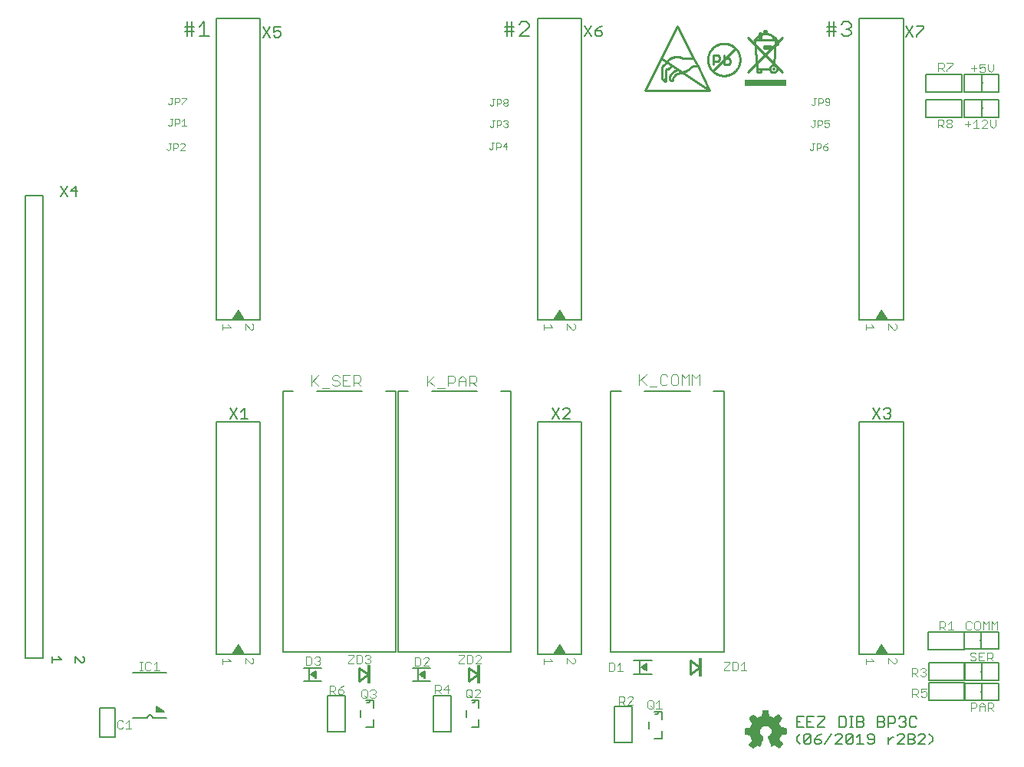
<source format=gto>
G75*
%MOIN*%
%OFA0B0*%
%FSLAX25Y25*%
%IPPOS*%
%LPD*%
%AMOC8*
5,1,8,0,0,1.08239X$1,22.5*
%
%ADD10R,0.01485X0.00015*%
%ADD11R,0.00045X0.00015*%
%ADD12R,0.00105X0.00015*%
%ADD13R,0.00165X0.00015*%
%ADD14R,0.00225X0.00015*%
%ADD15R,0.00285X0.00015*%
%ADD16R,0.00345X0.00015*%
%ADD17R,0.00405X0.00015*%
%ADD18R,0.00435X0.00015*%
%ADD19R,0.00465X0.00015*%
%ADD20R,0.00495X0.00015*%
%ADD21R,0.00540X0.00015*%
%ADD22R,0.00585X0.00015*%
%ADD23R,0.00645X0.00015*%
%ADD24R,0.00150X0.00015*%
%ADD25R,0.00675X0.00015*%
%ADD26R,0.00195X0.00015*%
%ADD27R,0.00705X0.00015*%
%ADD28R,0.00240X0.00015*%
%ADD29R,0.00735X0.00015*%
%ADD30R,0.00270X0.00015*%
%ADD31R,0.00765X0.00015*%
%ADD32R,0.00300X0.00015*%
%ADD33R,0.00810X0.00015*%
%ADD34R,0.00360X0.00015*%
%ADD35R,0.00855X0.00015*%
%ADD36R,0.00435X0.00015*%
%ADD37R,0.00915X0.00015*%
%ADD38R,0.00465X0.00015*%
%ADD39R,0.00945X0.00015*%
%ADD40R,0.00960X0.00015*%
%ADD41R,0.00525X0.00015*%
%ADD42R,0.00990X0.00015*%
%ADD43R,0.00555X0.00015*%
%ADD44R,0.01035X0.00015*%
%ADD45R,0.00600X0.00015*%
%ADD46R,0.01080X0.00015*%
%ADD47R,0.01125X0.00015*%
%ADD48R,0.01170X0.00015*%
%ADD49R,0.00720X0.00015*%
%ADD50R,0.01200X0.00015*%
%ADD51R,0.00750X0.00015*%
%ADD52R,0.01230X0.00015*%
%ADD53R,0.00780X0.00015*%
%ADD54R,0.01260X0.00015*%
%ADD55R,0.00810X0.00015*%
%ADD56R,0.01305X0.00015*%
%ADD57R,0.01365X0.00015*%
%ADD58R,0.00900X0.00015*%
%ADD59R,0.01395X0.00015*%
%ADD60R,0.01440X0.00015*%
%ADD61R,0.01470X0.00015*%
%ADD62R,0.01005X0.00015*%
%ADD63R,0.01500X0.00015*%
%ADD64R,0.01020X0.00015*%
%ADD65R,0.01530X0.00015*%
%ADD66R,0.01065X0.00015*%
%ADD67R,0.01575X0.00015*%
%ADD68R,0.01095X0.00015*%
%ADD69R,0.01635X0.00015*%
%ADD70R,0.01155X0.00015*%
%ADD71R,0.01680X0.00015*%
%ADD72R,0.01200X0.00015*%
%ADD73R,0.01710X0.00015*%
%ADD74R,0.01230X0.00015*%
%ADD75R,0.01725X0.00015*%
%ADD76R,0.01245X0.00015*%
%ADD77R,0.01755X0.00015*%
%ADD78R,0.01275X0.00015*%
%ADD79R,0.01800X0.00015*%
%ADD80R,0.01320X0.00015*%
%ADD81R,0.01860X0.00015*%
%ADD82R,0.01905X0.00015*%
%ADD83R,0.01410X0.00015*%
%ADD84R,0.01935X0.00015*%
%ADD85R,0.01455X0.00015*%
%ADD86R,0.01965X0.00015*%
%ADD87R,0.01485X0.00015*%
%ADD88R,0.01995X0.00015*%
%ADD89R,0.01515X0.00015*%
%ADD90R,0.02040X0.00015*%
%ADD91R,0.01530X0.00015*%
%ADD92R,0.02070X0.00015*%
%ADD93R,0.01575X0.00015*%
%ADD94R,0.02115X0.00015*%
%ADD95R,0.01620X0.00015*%
%ADD96R,0.02160X0.00015*%
%ADD97R,0.01665X0.00015*%
%ADD98R,0.02190X0.00015*%
%ADD99R,0.00075X0.00015*%
%ADD100R,0.01695X0.00015*%
%ADD101R,0.02220X0.00015*%
%ADD102R,0.00105X0.00015*%
%ADD103R,0.02235X0.00015*%
%ADD104R,0.00135X0.00015*%
%ADD105R,0.01755X0.00015*%
%ADD106R,0.02280X0.00015*%
%ADD107R,0.00180X0.00015*%
%ADD108R,0.01785X0.00015*%
%ADD109R,0.02340X0.00015*%
%ADD110R,0.00240X0.00015*%
%ADD111R,0.01830X0.00015*%
%ADD112R,0.02385X0.00015*%
%ADD113R,0.01890X0.00015*%
%ADD114R,0.02415X0.00015*%
%ADD115R,0.00330X0.00015*%
%ADD116R,0.00120X0.00015*%
%ADD117R,0.01920X0.00015*%
%ADD118R,0.02430X0.00015*%
%ADD119R,0.00375X0.00015*%
%ADD120R,0.02460X0.00015*%
%ADD121R,0.00405X0.00015*%
%ADD122R,0.00195X0.00015*%
%ADD123R,0.01965X0.00015*%
%ADD124R,0.02505X0.00015*%
%ADD125R,0.00210X0.00015*%
%ADD126R,0.02010X0.00015*%
%ADD127R,0.02535X0.00015*%
%ADD128R,0.00480X0.00015*%
%ADD129R,0.02580X0.00015*%
%ADD130R,0.00540X0.00015*%
%ADD131R,0.02085X0.00015*%
%ADD132R,0.02625X0.00015*%
%ADD133R,0.02130X0.00015*%
%ADD134R,0.02670X0.00015*%
%ADD135R,0.00630X0.00015*%
%ADD136R,0.02700X0.00015*%
%ADD137R,0.00660X0.00015*%
%ADD138R,0.00450X0.00015*%
%ADD139R,0.02190X0.00015*%
%ADD140R,0.02715X0.00015*%
%ADD141R,0.02205X0.00015*%
%ADD142R,0.02745X0.00015*%
%ADD143R,0.00510X0.00015*%
%ADD144R,0.02235X0.00015*%
%ADD145R,0.02775X0.00015*%
%ADD146R,0.02820X0.00015*%
%ADD147R,0.02310X0.00015*%
%ADD148R,0.02880X0.00015*%
%ADD149R,0.00855X0.00015*%
%ADD150R,0.02355X0.00015*%
%ADD151R,0.02895X0.00015*%
%ADD152R,0.00870X0.00015*%
%ADD153R,0.00660X0.00015*%
%ADD154R,0.02925X0.00015*%
%ADD155R,0.00690X0.00015*%
%ADD156R,0.02970X0.00015*%
%ADD157R,0.03000X0.00015*%
%ADD158R,0.00750X0.00015*%
%ADD159R,0.03045X0.00015*%
%ADD160R,0.01005X0.00015*%
%ADD161R,0.00780X0.00015*%
%ADD162R,0.02505X0.00015*%
%ADD163R,0.03090X0.00015*%
%ADD164R,0.01050X0.00015*%
%ADD165R,0.00825X0.00015*%
%ADD166R,0.02550X0.00015*%
%ADD167R,0.03135X0.00015*%
%ADD168R,0.01095X0.00015*%
%ADD169R,0.00870X0.00015*%
%ADD170R,0.03165X0.00015*%
%ADD171R,0.01125X0.00015*%
%ADD172R,0.02625X0.00015*%
%ADD173R,0.03195X0.00015*%
%ADD174R,0.01140X0.00015*%
%ADD175R,0.00930X0.00015*%
%ADD176R,0.02655X0.00015*%
%ADD177R,0.03210X0.00015*%
%ADD178R,0.00960X0.00015*%
%ADD179R,0.03240X0.00015*%
%ADD180R,0.02700X0.00015*%
%ADD181R,0.03285X0.00015*%
%ADD182R,0.01245X0.00015*%
%ADD183R,0.02745X0.00015*%
%ADD184R,0.03330X0.00015*%
%ADD185R,0.02790X0.00015*%
%ADD186R,0.03360X0.00015*%
%ADD187R,0.01110X0.00015*%
%ADD188R,0.02835X0.00015*%
%ADD189R,0.03390X0.00015*%
%ADD190R,0.01335X0.00015*%
%ADD191R,0.01140X0.00015*%
%ADD192R,0.02865X0.00015*%
%ADD193R,0.03420X0.00015*%
%ADD194R,0.01155X0.00015*%
%ADD195R,0.04905X0.00015*%
%ADD196R,0.04920X0.00015*%
%ADD197R,0.02940X0.00015*%
%ADD198R,0.04950X0.00015*%
%ADD199R,0.02985X0.00015*%
%ADD200R,0.04965X0.00015*%
%ADD201R,0.01275X0.00015*%
%ADD202R,0.03015X0.00015*%
%ADD203R,0.04980X0.00015*%
%ADD204R,0.03045X0.00015*%
%ADD205R,0.05010X0.00015*%
%ADD206R,0.01335X0.00015*%
%ADD207R,0.03075X0.00015*%
%ADD208R,0.01350X0.00015*%
%ADD209R,0.03105X0.00015*%
%ADD210R,0.05040X0.00015*%
%ADD211R,0.01380X0.00015*%
%ADD212R,0.05040X0.00015*%
%ADD213R,0.01410X0.00015*%
%ADD214R,0.03180X0.00015*%
%ADD215R,0.05070X0.00015*%
%ADD216R,0.03225X0.00015*%
%ADD217R,0.03255X0.00015*%
%ADD218R,0.05085X0.00015*%
%ADD219R,0.01515X0.00015*%
%ADD220R,0.03300X0.00015*%
%ADD221R,0.05100X0.00015*%
%ADD222R,0.04935X0.00015*%
%ADD223R,0.05115X0.00015*%
%ADD224R,0.04995X0.00015*%
%ADD225R,0.05130X0.00015*%
%ADD226R,0.05010X0.00015*%
%ADD227R,0.05130X0.00015*%
%ADD228R,0.05010X0.00015*%
%ADD229R,0.05025X0.00015*%
%ADD230R,0.05040X0.00015*%
%ADD231R,0.05055X0.00015*%
%ADD232R,0.05130X0.00015*%
%ADD233R,0.05085X0.00015*%
%ADD234R,0.05115X0.00015*%
%ADD235R,0.05145X0.00015*%
%ADD236R,0.05160X0.00015*%
%ADD237R,0.05130X0.00015*%
%ADD238R,0.05190X0.00015*%
%ADD239R,0.05190X0.00015*%
%ADD240R,0.05205X0.00015*%
%ADD241R,0.05220X0.00015*%
%ADD242R,0.05070X0.00015*%
%ADD243R,0.05085X0.00015*%
%ADD244R,0.05205X0.00015*%
%ADD245R,0.05220X0.00015*%
%ADD246R,0.05055X0.00015*%
%ADD247R,0.05025X0.00015*%
%ADD248R,0.05205X0.00015*%
%ADD249R,0.05025X0.00015*%
%ADD250R,0.05190X0.00015*%
%ADD251R,0.05190X0.00015*%
%ADD252R,0.04995X0.00015*%
%ADD253R,0.05175X0.00015*%
%ADD254R,0.04950X0.00015*%
%ADD255R,0.05145X0.00015*%
%ADD256R,0.05145X0.00015*%
%ADD257R,0.04920X0.00015*%
%ADD258R,0.04905X0.00015*%
%ADD259R,0.04905X0.00015*%
%ADD260R,0.05115X0.00015*%
%ADD261R,0.04890X0.00015*%
%ADD262R,0.04890X0.00015*%
%ADD263R,0.04875X0.00015*%
%ADD264R,0.04845X0.00015*%
%ADD265R,0.04830X0.00015*%
%ADD266R,0.04830X0.00015*%
%ADD267R,0.05070X0.00015*%
%ADD268R,0.04830X0.00015*%
%ADD269R,0.04815X0.00015*%
%ADD270R,0.04800X0.00015*%
%ADD271R,0.04800X0.00015*%
%ADD272R,0.05010X0.00015*%
%ADD273R,0.04785X0.00015*%
%ADD274R,0.04770X0.00015*%
%ADD275R,0.04770X0.00015*%
%ADD276R,0.04755X0.00015*%
%ADD277R,0.04740X0.00015*%
%ADD278R,0.04725X0.00015*%
%ADD279R,0.04725X0.00015*%
%ADD280R,0.04980X0.00015*%
%ADD281R,0.04710X0.00015*%
%ADD282R,0.04725X0.00015*%
%ADD283R,0.04710X0.00015*%
%ADD284R,0.04695X0.00015*%
%ADD285R,0.04680X0.00015*%
%ADD286R,0.04695X0.00015*%
%ADD287R,0.04680X0.00015*%
%ADD288R,0.04905X0.00015*%
%ADD289R,0.04665X0.00015*%
%ADD290R,0.04650X0.00015*%
%ADD291R,0.04635X0.00015*%
%ADD292R,0.04620X0.00015*%
%ADD293R,0.04620X0.00015*%
%ADD294R,0.04890X0.00015*%
%ADD295R,0.04605X0.00015*%
%ADD296R,0.04605X0.00015*%
%ADD297R,0.04590X0.00015*%
%ADD298R,0.04845X0.00015*%
%ADD299R,0.04575X0.00015*%
%ADD300R,0.04590X0.00015*%
%ADD301R,0.04575X0.00015*%
%ADD302R,0.04845X0.00015*%
%ADD303R,0.04560X0.00015*%
%ADD304R,0.04545X0.00015*%
%ADD305R,0.04530X0.00015*%
%ADD306R,0.04515X0.00015*%
%ADD307R,0.04530X0.00015*%
%ADD308R,0.04500X0.00015*%
%ADD309R,0.04515X0.00015*%
%ADD310R,0.04785X0.00015*%
%ADD311R,0.04485X0.00015*%
%ADD312R,0.04755X0.00015*%
%ADD313R,0.04470X0.00015*%
%ADD314R,0.04740X0.00015*%
%ADD315R,0.04485X0.00015*%
%ADD316R,0.04755X0.00015*%
%ADD317R,0.04545X0.00015*%
%ADD318R,0.04695X0.00015*%
%ADD319R,0.04680X0.00015*%
%ADD320R,0.04665X0.00015*%
%ADD321R,0.04725X0.00015*%
%ADD322R,0.04680X0.00015*%
%ADD323R,0.04860X0.00015*%
%ADD324R,0.04740X0.00015*%
%ADD325R,0.04875X0.00015*%
%ADD326R,0.04965X0.00015*%
%ADD327R,0.04860X0.00015*%
%ADD328R,0.04995X0.00015*%
%ADD329R,0.04875X0.00015*%
%ADD330R,0.04980X0.00015*%
%ADD331R,0.05235X0.00015*%
%ADD332R,0.05235X0.00015*%
%ADD333R,0.05250X0.00015*%
%ADD334R,0.05280X0.00015*%
%ADD335R,0.05295X0.00015*%
%ADD336R,0.05325X0.00015*%
%ADD337R,0.05340X0.00015*%
%ADD338R,0.05235X0.00015*%
%ADD339R,0.05355X0.00015*%
%ADD340R,0.05370X0.00015*%
%ADD341R,0.05265X0.00015*%
%ADD342R,0.05370X0.00015*%
%ADD343R,0.05280X0.00015*%
%ADD344R,0.05385X0.00015*%
%ADD345R,0.05295X0.00015*%
%ADD346R,0.05400X0.00015*%
%ADD347R,0.05415X0.00015*%
%ADD348R,0.05310X0.00015*%
%ADD349R,0.05430X0.00015*%
%ADD350R,0.05445X0.00015*%
%ADD351R,0.05460X0.00015*%
%ADD352R,0.05355X0.00015*%
%ADD353R,0.05475X0.00015*%
%ADD354R,0.05505X0.00015*%
%ADD355R,0.05520X0.00015*%
%ADD356R,0.05535X0.00015*%
%ADD357R,0.05550X0.00015*%
%ADD358R,0.05550X0.00015*%
%ADD359R,0.05475X0.00015*%
%ADD360R,0.05490X0.00015*%
%ADD361R,0.05475X0.00015*%
%ADD362R,0.05385X0.00015*%
%ADD363R,0.05370X0.00015*%
%ADD364R,0.05325X0.00015*%
%ADD365R,0.05310X0.00015*%
%ADD366R,0.05265X0.00015*%
%ADD367R,0.05175X0.00015*%
%ADD368R,0.04980X0.00015*%
%ADD369R,0.04965X0.00015*%
%ADD370R,0.04860X0.00015*%
%ADD371R,0.04845X0.00015*%
%ADD372R,0.04815X0.00015*%
%ADD373R,0.04770X0.00015*%
%ADD374R,0.05295X0.00015*%
%ADD375R,0.04635X0.00015*%
%ADD376R,0.05610X0.00015*%
%ADD377R,0.05700X0.00015*%
%ADD378R,0.05760X0.00015*%
%ADD379R,0.05805X0.00015*%
%ADD380R,0.05850X0.00015*%
%ADD381R,0.05895X0.00015*%
%ADD382R,0.06000X0.00015*%
%ADD383R,0.06135X0.00015*%
%ADD384R,0.06225X0.00015*%
%ADD385R,0.06300X0.00015*%
%ADD386R,0.06330X0.00015*%
%ADD387R,0.06375X0.00015*%
%ADD388R,0.06450X0.00015*%
%ADD389R,0.06570X0.00015*%
%ADD390R,0.05565X0.00015*%
%ADD391R,0.06690X0.00015*%
%ADD392R,0.06735X0.00015*%
%ADD393R,0.05790X0.00015*%
%ADD394R,0.06765X0.00015*%
%ADD395R,0.05850X0.00015*%
%ADD396R,0.06780X0.00015*%
%ADD397R,0.05895X0.00015*%
%ADD398R,0.06795X0.00015*%
%ADD399R,0.05955X0.00015*%
%ADD400R,0.06810X0.00015*%
%ADD401R,0.06060X0.00015*%
%ADD402R,0.06195X0.00015*%
%ADD403R,0.06825X0.00015*%
%ADD404R,0.06330X0.00015*%
%ADD405R,0.06840X0.00015*%
%ADD406R,0.06390X0.00015*%
%ADD407R,0.06495X0.00015*%
%ADD408R,0.06840X0.00015*%
%ADD409R,0.06555X0.00015*%
%ADD410R,0.06825X0.00015*%
%ADD411R,0.06645X0.00015*%
%ADD412R,0.06825X0.00015*%
%ADD413R,0.06705X0.00015*%
%ADD414R,0.06705X0.00015*%
%ADD415R,0.06810X0.00015*%
%ADD416R,0.06720X0.00015*%
%ADD417R,0.06795X0.00015*%
%ADD418R,0.06750X0.00015*%
%ADD419R,0.06765X0.00015*%
%ADD420R,0.06795X0.00015*%
%ADD421R,0.06780X0.00015*%
%ADD422R,0.06780X0.00015*%
%ADD423R,0.06750X0.00015*%
%ADD424R,0.06720X0.00015*%
%ADD425R,0.06720X0.00015*%
%ADD426R,0.06705X0.00015*%
%ADD427R,0.06705X0.00015*%
%ADD428R,0.06690X0.00015*%
%ADD429R,0.06675X0.00015*%
%ADD430R,0.06690X0.00015*%
%ADD431R,0.06675X0.00015*%
%ADD432R,0.06675X0.00015*%
%ADD433R,0.06660X0.00015*%
%ADD434R,0.06675X0.00015*%
%ADD435R,0.06660X0.00015*%
%ADD436R,0.06660X0.00015*%
%ADD437R,0.06645X0.00015*%
%ADD438R,0.06630X0.00015*%
%ADD439R,0.06660X0.00015*%
%ADD440R,0.06630X0.00015*%
%ADD441R,0.06645X0.00015*%
%ADD442R,0.06735X0.00015*%
%ADD443R,0.06765X0.00015*%
%ADD444R,0.06780X0.00015*%
%ADD445R,0.06825X0.00015*%
%ADD446R,0.06855X0.00015*%
%ADD447R,0.06855X0.00015*%
%ADD448R,0.06870X0.00015*%
%ADD449R,0.06885X0.00015*%
%ADD450R,0.06525X0.00015*%
%ADD451R,0.06405X0.00015*%
%ADD452R,0.06255X0.00015*%
%ADD453R,0.06165X0.00015*%
%ADD454R,0.06870X0.00015*%
%ADD455R,0.06120X0.00015*%
%ADD456R,0.06885X0.00015*%
%ADD457R,0.06060X0.00015*%
%ADD458R,0.06015X0.00015*%
%ADD459R,0.05910X0.00015*%
%ADD460R,0.05670X0.00015*%
%ADD461R,0.05595X0.00015*%
%ADD462R,0.06585X0.00015*%
%ADD463R,0.05160X0.00015*%
%ADD464R,0.06390X0.00015*%
%ADD465R,0.05025X0.00015*%
%ADD466R,0.06330X0.00015*%
%ADD467R,0.06075X0.00015*%
%ADD468R,0.05820X0.00015*%
%ADD469R,0.05775X0.00015*%
%ADD470R,0.05685X0.00015*%
%ADD471R,0.05460X0.00015*%
%ADD472R,0.04860X0.00015*%
%ADD473R,0.04935X0.00015*%
%ADD474R,0.05160X0.00015*%
%ADD475R,0.05325X0.00015*%
%ADD476R,0.05340X0.00015*%
%ADD477R,0.05355X0.00015*%
%ADD478R,0.05430X0.00015*%
%ADD479R,0.05535X0.00015*%
%ADD480R,0.05595X0.00015*%
%ADD481R,0.05640X0.00015*%
%ADD482R,0.05640X0.00015*%
%ADD483R,0.05670X0.00015*%
%ADD484R,0.05685X0.00015*%
%ADD485R,0.05700X0.00015*%
%ADD486R,0.05715X0.00015*%
%ADD487R,0.05715X0.00015*%
%ADD488R,0.05730X0.00015*%
%ADD489R,0.05745X0.00015*%
%ADD490R,0.05760X0.00015*%
%ADD491R,0.06000X0.00015*%
%ADD492R,0.06105X0.00015*%
%ADD493R,0.06180X0.00015*%
%ADD494R,0.06210X0.00015*%
%ADD495R,0.12690X0.00015*%
%ADD496R,0.12675X0.00015*%
%ADD497R,0.12660X0.00015*%
%ADD498R,0.12660X0.00015*%
%ADD499R,0.12645X0.00015*%
%ADD500R,0.12615X0.00015*%
%ADD501R,0.12600X0.00015*%
%ADD502R,0.12585X0.00015*%
%ADD503R,0.12555X0.00015*%
%ADD504R,0.12540X0.00015*%
%ADD505R,0.12525X0.00015*%
%ADD506R,0.12510X0.00015*%
%ADD507R,0.12510X0.00015*%
%ADD508R,0.12480X0.00015*%
%ADD509R,0.12450X0.00015*%
%ADD510R,0.12435X0.00015*%
%ADD511R,0.12420X0.00015*%
%ADD512R,0.12390X0.00015*%
%ADD513R,0.12375X0.00015*%
%ADD514R,0.12360X0.00015*%
%ADD515R,0.12330X0.00015*%
%ADD516R,0.12300X0.00015*%
%ADD517R,0.12285X0.00015*%
%ADD518R,0.12270X0.00015*%
%ADD519R,0.12255X0.00015*%
%ADD520R,0.12240X0.00015*%
%ADD521R,0.12225X0.00015*%
%ADD522R,0.12195X0.00015*%
%ADD523R,0.12165X0.00015*%
%ADD524R,0.12150X0.00015*%
%ADD525R,0.12135X0.00015*%
%ADD526R,0.12120X0.00015*%
%ADD527R,0.12090X0.00015*%
%ADD528R,0.12075X0.00015*%
%ADD529R,0.12060X0.00015*%
%ADD530R,0.12045X0.00015*%
%ADD531R,0.12015X0.00015*%
%ADD532R,0.12000X0.00015*%
%ADD533R,0.11985X0.00015*%
%ADD534R,0.11955X0.00015*%
%ADD535R,0.11940X0.00015*%
%ADD536R,0.11925X0.00015*%
%ADD537R,0.11910X0.00015*%
%ADD538R,0.11910X0.00015*%
%ADD539R,0.11880X0.00015*%
%ADD540R,0.11850X0.00015*%
%ADD541R,0.11835X0.00015*%
%ADD542R,0.11805X0.00015*%
%ADD543R,0.11775X0.00015*%
%ADD544R,0.11760X0.00015*%
%ADD545R,0.11745X0.00015*%
%ADD546R,0.11730X0.00015*%
%ADD547R,0.11700X0.00015*%
%ADD548R,0.11700X0.00015*%
%ADD549R,0.11685X0.00015*%
%ADD550R,0.11655X0.00015*%
%ADD551R,0.11640X0.00015*%
%ADD552R,0.11625X0.00015*%
%ADD553R,0.11625X0.00015*%
%ADD554R,0.11670X0.00015*%
%ADD555R,0.11715X0.00015*%
%ADD556R,0.11790X0.00015*%
%ADD557R,0.11820X0.00015*%
%ADD558R,0.11820X0.00015*%
%ADD559R,0.11880X0.00015*%
%ADD560R,0.11895X0.00015*%
%ADD561R,0.11970X0.00015*%
%ADD562R,0.12045X0.00015*%
%ADD563R,0.12075X0.00015*%
%ADD564R,0.12105X0.00015*%
%ADD565R,0.12135X0.00015*%
%ADD566R,0.12165X0.00015*%
%ADD567R,0.12180X0.00015*%
%ADD568R,0.12195X0.00015*%
%ADD569R,0.12210X0.00015*%
%ADD570R,0.12225X0.00015*%
%ADD571R,0.12255X0.00015*%
%ADD572R,0.12360X0.00015*%
%ADD573R,0.12390X0.00015*%
%ADD574R,0.12405X0.00015*%
%ADD575R,0.12435X0.00015*%
%ADD576R,0.12480X0.00015*%
%ADD577R,0.12480X0.00015*%
%ADD578R,0.12510X0.00015*%
%ADD579R,0.12570X0.00015*%
%ADD580R,0.12630X0.00015*%
%ADD581R,0.12675X0.00015*%
%ADD582R,0.12705X0.00015*%
%ADD583R,0.12735X0.00015*%
%ADD584R,0.12750X0.00015*%
%ADD585R,0.12780X0.00015*%
%ADD586R,0.12795X0.00015*%
%ADD587R,0.12810X0.00015*%
%ADD588R,0.12840X0.00015*%
%ADD589R,0.12855X0.00015*%
%ADD590R,0.12885X0.00015*%
%ADD591R,0.12900X0.00015*%
%ADD592R,0.12915X0.00015*%
%ADD593R,0.12945X0.00015*%
%ADD594R,0.12960X0.00015*%
%ADD595R,0.12990X0.00015*%
%ADD596R,0.13005X0.00015*%
%ADD597R,0.13020X0.00015*%
%ADD598R,0.13035X0.00015*%
%ADD599R,0.13065X0.00015*%
%ADD600R,0.13080X0.00015*%
%ADD601R,0.13110X0.00015*%
%ADD602R,0.13125X0.00015*%
%ADD603R,0.13155X0.00015*%
%ADD604R,0.13170X0.00015*%
%ADD605R,0.13200X0.00015*%
%ADD606R,0.13230X0.00015*%
%ADD607R,0.13260X0.00015*%
%ADD608R,0.13290X0.00015*%
%ADD609R,0.13320X0.00015*%
%ADD610R,0.13350X0.00015*%
%ADD611R,0.13365X0.00015*%
%ADD612R,0.13395X0.00015*%
%ADD613R,0.13425X0.00015*%
%ADD614R,0.13455X0.00015*%
%ADD615R,0.13470X0.00015*%
%ADD616R,0.13500X0.00015*%
%ADD617R,0.13530X0.00015*%
%ADD618R,0.13560X0.00015*%
%ADD619R,0.13575X0.00015*%
%ADD620R,0.13605X0.00015*%
%ADD621R,0.13635X0.00015*%
%ADD622R,0.13650X0.00015*%
%ADD623R,0.13680X0.00015*%
%ADD624R,0.13695X0.00015*%
%ADD625R,0.13725X0.00015*%
%ADD626R,0.13740X0.00015*%
%ADD627R,0.13770X0.00015*%
%ADD628R,0.13785X0.00015*%
%ADD629R,0.13800X0.00015*%
%ADD630R,0.13830X0.00015*%
%ADD631R,0.13860X0.00015*%
%ADD632R,0.13875X0.00015*%
%ADD633R,0.13905X0.00015*%
%ADD634R,0.13935X0.00015*%
%ADD635R,0.13950X0.00015*%
%ADD636R,0.13980X0.00015*%
%ADD637R,0.14010X0.00015*%
%ADD638R,0.14025X0.00015*%
%ADD639R,0.14055X0.00015*%
%ADD640R,0.14070X0.00015*%
%ADD641R,0.14085X0.00015*%
%ADD642R,0.14115X0.00015*%
%ADD643R,0.14145X0.00015*%
%ADD644R,0.14160X0.00015*%
%ADD645R,0.14190X0.00015*%
%ADD646R,0.14205X0.00015*%
%ADD647R,0.14220X0.00015*%
%ADD648R,0.14235X0.00015*%
%ADD649R,0.14265X0.00015*%
%ADD650R,0.14280X0.00015*%
%ADD651R,0.14295X0.00015*%
%ADD652R,0.14295X0.00015*%
%ADD653R,0.14250X0.00015*%
%ADD654R,0.14205X0.00015*%
%ADD655R,0.14175X0.00015*%
%ADD656R,0.14160X0.00015*%
%ADD657R,0.14130X0.00015*%
%ADD658R,0.14100X0.00015*%
%ADD659R,0.14040X0.00015*%
%ADD660R,0.14010X0.00015*%
%ADD661R,0.03465X0.00015*%
%ADD662R,0.10440X0.00015*%
%ADD663R,0.03420X0.00015*%
%ADD664R,0.10395X0.00015*%
%ADD665R,0.03375X0.00015*%
%ADD666R,0.10335X0.00015*%
%ADD667R,0.03570X0.00015*%
%ADD668R,0.06600X0.00015*%
%ADD669R,0.03525X0.00015*%
%ADD670R,0.03270X0.00015*%
%ADD671R,0.03495X0.00015*%
%ADD672R,0.03210X0.00015*%
%ADD673R,0.06480X0.00015*%
%ADD674R,0.03435X0.00015*%
%ADD675R,0.03165X0.00015*%
%ADD676R,0.03390X0.00015*%
%ADD677R,0.03120X0.00015*%
%ADD678R,0.06315X0.00015*%
%ADD679R,0.03345X0.00015*%
%ADD680R,0.03090X0.00015*%
%ADD681R,0.03075X0.00015*%
%ADD682R,0.06225X0.00015*%
%ADD683R,0.03270X0.00015*%
%ADD684R,0.06180X0.00015*%
%ADD685R,0.02970X0.00015*%
%ADD686R,0.06075X0.00015*%
%ADD687R,0.03195X0.00015*%
%ADD688R,0.02925X0.00015*%
%ADD689R,0.05985X0.00015*%
%ADD690R,0.03135X0.00015*%
%ADD691R,0.02850X0.00015*%
%ADD692R,0.05835X0.00015*%
%ADD693R,0.03030X0.00015*%
%ADD694R,0.02805X0.00015*%
%ADD695R,0.02730X0.00015*%
%ADD696R,0.05625X0.00015*%
%ADD697R,0.02925X0.00015*%
%ADD698R,0.02640X0.00015*%
%ADD699R,0.02595X0.00015*%
%ADD700R,0.02565X0.00015*%
%ADD701R,0.02760X0.00015*%
%ADD702R,0.02520X0.00015*%
%ADD703R,0.02730X0.00015*%
%ADD704R,0.02475X0.00015*%
%ADD705R,0.02685X0.00015*%
%ADD706R,0.02445X0.00015*%
%ADD707R,0.02400X0.00015*%
%ADD708R,0.02370X0.00015*%
%ADD709R,0.02565X0.00015*%
%ADD710R,0.02340X0.00015*%
%ADD711R,0.02325X0.00015*%
%ADD712R,0.02505X0.00015*%
%ADD713R,0.02280X0.00015*%
%ADD714R,0.02460X0.00015*%
%ADD715R,0.04560X0.00015*%
%ADD716R,0.02190X0.00015*%
%ADD717R,0.04440X0.00015*%
%ADD718R,0.02370X0.00015*%
%ADD719R,0.02145X0.00015*%
%ADD720R,0.04365X0.00015*%
%ADD721R,0.04320X0.00015*%
%ADD722R,0.02310X0.00015*%
%ADD723R,0.02100X0.00015*%
%ADD724R,0.04260X0.00015*%
%ADD725R,0.04200X0.00015*%
%ADD726R,0.02265X0.00015*%
%ADD727R,0.02040X0.00015*%
%ADD728R,0.04095X0.00015*%
%ADD729R,0.02220X0.00015*%
%ADD730R,0.03915X0.00015*%
%ADD731R,0.02175X0.00015*%
%ADD732R,0.03765X0.00015*%
%ADD733R,0.03675X0.00015*%
%ADD734R,0.01890X0.00015*%
%ADD735R,0.03615X0.00015*%
%ADD736R,0.02055X0.00015*%
%ADD737R,0.01860X0.00015*%
%ADD738R,0.03555X0.00015*%
%ADD739R,0.01815X0.00015*%
%ADD740R,0.03450X0.00015*%
%ADD741R,0.01725X0.00015*%
%ADD742R,0.03315X0.00015*%
%ADD743R,0.01905X0.00015*%
%ADD744R,0.01680X0.00015*%
%ADD745R,0.01650X0.00015*%
%ADD746R,0.01620X0.00015*%
%ADD747R,0.01590X0.00015*%
%ADD748R,0.01770X0.00015*%
%ADD749R,0.01560X0.00015*%
%ADD750R,0.03240X0.00015*%
%ADD751R,0.01740X0.00015*%
%ADD752R,0.01665X0.00015*%
%ADD753R,0.01455X0.00015*%
%ADD754R,0.01635X0.00015*%
%ADD755R,0.01410X0.00015*%
%ADD756R,0.01395X0.00015*%
%ADD757R,0.01365X0.00015*%
%ADD758R,0.01335X0.00015*%
%ADD759R,0.01290X0.00015*%
%ADD760R,0.03210X0.00015*%
%ADD761R,0.01455X0.00015*%
%ADD762R,0.01185X0.00015*%
%ADD763R,0.01290X0.00015*%
%ADD764R,0.01110X0.00015*%
%ADD765R,0.01260X0.00015*%
%ADD766R,0.03180X0.00015*%
%ADD767R,0.00975X0.00015*%
%ADD768R,0.03150X0.00015*%
%ADD769R,0.00885X0.00015*%
%ADD770R,0.03150X0.00015*%
%ADD771R,0.01050X0.00015*%
%ADD772R,0.00795X0.00015*%
%ADD773R,0.00885X0.00015*%
%ADD774R,0.00690X0.00015*%
%ADD775R,0.00840X0.00015*%
%ADD776R,0.00570X0.00015*%
%ADD777R,0.00525X0.00015*%
%ADD778R,0.03105X0.00015*%
%ADD779R,0.00660X0.00015*%
%ADD780R,0.00615X0.00015*%
%ADD781R,0.00420X0.00015*%
%ADD782R,0.00555X0.00015*%
%ADD783R,0.00390X0.00015*%
%ADD784R,0.00525X0.00015*%
%ADD785R,0.00360X0.00015*%
%ADD786R,0.00495X0.00015*%
%ADD787R,0.03075X0.00015*%
%ADD788R,0.00450X0.00015*%
%ADD789R,0.00225X0.00015*%
%ADD790R,0.00345X0.00015*%
%ADD791R,0.00255X0.00015*%
%ADD792R,0.03060X0.00015*%
%ADD793R,0.00180X0.00015*%
%ADD794R,0.00075X0.00015*%
%ADD795R,0.03000X0.00015*%
%ADD796R,0.02955X0.00015*%
%ADD797R,0.02940X0.00015*%
%ADD798R,0.02940X0.00015*%
%ADD799R,0.02910X0.00015*%
%ADD800R,0.02910X0.00015*%
%ADD801R,0.02865X0.00015*%
%ADD802R,0.02805X0.00015*%
%ADD803R,0.02775X0.00015*%
%ADD804R,0.02760X0.00015*%
%ADD805R,0.02655X0.00015*%
%ADD806R,0.02640X0.00015*%
%ADD807R,0.02610X0.00015*%
%ADD808R,0.02595X0.00015*%
%ADD809R,0.02535X0.00015*%
%ADD810R,0.02475X0.00015*%
%ADD811R,0.02175X0.00015*%
%ADD812R,0.01575X0.00015*%
%ADD813C,0.00500*%
%ADD814C,0.00700*%
%ADD815C,0.00800*%
%ADD816C,0.00400*%
%ADD817R,0.00787X0.05512*%
%ADD818C,0.00600*%
%ADD819C,0.01000*%
%ADD820R,0.01181X0.08268*%
%ADD821R,0.00787X0.00787*%
%ADD822R,0.18000X0.03000*%
%ADD823C,0.00300*%
D10*
X0373367Y0039507D03*
D11*
X0370477Y0033798D03*
X0378682Y0034668D03*
X0381862Y0033963D03*
D12*
X0370477Y0033813D03*
D13*
X0370477Y0033828D03*
D14*
X0370477Y0033843D03*
D15*
X0370477Y0033857D03*
X0370567Y0048243D03*
D16*
X0370477Y0033872D03*
X0378727Y0034757D03*
D17*
X0378742Y0034772D03*
X0370477Y0033887D03*
D18*
X0370477Y0033903D03*
D19*
X0370477Y0033918D03*
D20*
X0370477Y0033933D03*
X0381862Y0034098D03*
D21*
X0370484Y0033948D03*
D22*
X0370492Y0033963D03*
X0373507Y0034772D03*
X0378817Y0034863D03*
D23*
X0378832Y0034878D03*
X0381847Y0034157D03*
X0370492Y0033978D03*
D24*
X0378674Y0034698D03*
X0381869Y0033978D03*
D25*
X0381847Y0034172D03*
X0373477Y0034818D03*
X0370492Y0033993D03*
D26*
X0381862Y0033993D03*
D27*
X0378862Y0034922D03*
X0373462Y0034833D03*
X0370492Y0034007D03*
D28*
X0381869Y0034007D03*
D29*
X0370492Y0034022D03*
D30*
X0378704Y0034743D03*
X0381869Y0034022D03*
D31*
X0373447Y0034848D03*
X0370492Y0034037D03*
D32*
X0373604Y0034668D03*
X0381869Y0034037D03*
X0381494Y0048287D03*
D33*
X0370499Y0034053D03*
D34*
X0381869Y0034053D03*
D35*
X0381832Y0034248D03*
X0370507Y0034068D03*
D36*
X0373567Y0034728D03*
X0378757Y0034787D03*
X0381862Y0034068D03*
D37*
X0378922Y0034998D03*
X0373387Y0034922D03*
X0370507Y0034083D03*
X0370597Y0047987D03*
D38*
X0370582Y0048168D03*
X0381862Y0034083D03*
D39*
X0381832Y0034278D03*
X0373372Y0034937D03*
X0370507Y0034098D03*
X0381472Y0048048D03*
X0375892Y0050163D03*
D40*
X0370514Y0034113D03*
D41*
X0381862Y0034113D03*
D42*
X0381824Y0034293D03*
X0378944Y0035043D03*
X0370514Y0034128D03*
X0381464Y0048033D03*
D43*
X0381862Y0034128D03*
D44*
X0370522Y0034143D03*
D45*
X0381854Y0034143D03*
X0370589Y0048122D03*
D46*
X0381464Y0047987D03*
X0378974Y0035072D03*
X0370514Y0034157D03*
D47*
X0370522Y0034172D03*
D48*
X0370529Y0034187D03*
X0373304Y0035028D03*
X0379004Y0035133D03*
X0381449Y0047957D03*
D49*
X0381479Y0048137D03*
X0381839Y0034187D03*
D50*
X0370529Y0034203D03*
D51*
X0381839Y0034203D03*
D52*
X0370529Y0034218D03*
X0370619Y0047868D03*
X0381449Y0047943D03*
D53*
X0381479Y0048107D03*
X0381839Y0034218D03*
D54*
X0370529Y0034233D03*
D55*
X0373424Y0034863D03*
X0381839Y0034233D03*
X0381479Y0048093D03*
D56*
X0379057Y0035193D03*
X0370537Y0034248D03*
D57*
X0370537Y0034263D03*
X0373237Y0035118D03*
X0381802Y0034457D03*
D58*
X0381824Y0034263D03*
X0373394Y0034907D03*
D59*
X0370537Y0034278D03*
D60*
X0370544Y0034293D03*
D61*
X0370544Y0034307D03*
X0379094Y0035283D03*
D62*
X0381817Y0034307D03*
D63*
X0370544Y0034322D03*
X0370634Y0047763D03*
X0381434Y0047837D03*
D64*
X0381464Y0048018D03*
X0370604Y0047957D03*
X0381824Y0034322D03*
D65*
X0370544Y0034337D03*
D66*
X0381817Y0034337D03*
D67*
X0370552Y0034353D03*
D68*
X0381817Y0034353D03*
D69*
X0370552Y0034368D03*
D70*
X0381817Y0034368D03*
D71*
X0370559Y0034383D03*
D72*
X0373304Y0035043D03*
X0379019Y0035148D03*
X0381809Y0034383D03*
D73*
X0370559Y0034398D03*
D74*
X0381809Y0034398D03*
D75*
X0381772Y0034607D03*
X0370567Y0034413D03*
D76*
X0381802Y0034413D03*
D77*
X0370567Y0034428D03*
D78*
X0373267Y0035072D03*
X0381802Y0034428D03*
D79*
X0370559Y0034443D03*
X0381419Y0047718D03*
D80*
X0381449Y0047898D03*
X0381794Y0034443D03*
X0373259Y0035087D03*
D81*
X0370574Y0034457D03*
D82*
X0370582Y0034472D03*
X0370657Y0047598D03*
D83*
X0381794Y0034472D03*
D84*
X0381757Y0034698D03*
X0370582Y0034487D03*
X0370657Y0047583D03*
X0376072Y0050133D03*
D85*
X0379087Y0035268D03*
X0381787Y0034487D03*
D86*
X0370582Y0034503D03*
D87*
X0381787Y0034503D03*
D88*
X0370582Y0034518D03*
X0370657Y0047568D03*
D89*
X0381787Y0034518D03*
D90*
X0381749Y0034743D03*
X0370589Y0034533D03*
X0381404Y0047628D03*
D91*
X0381434Y0047822D03*
X0381779Y0034533D03*
D92*
X0370589Y0034548D03*
X0370664Y0047537D03*
D93*
X0381787Y0034548D03*
D94*
X0370597Y0034563D03*
D95*
X0381779Y0034563D03*
D96*
X0381734Y0034787D03*
X0370604Y0034578D03*
D97*
X0381772Y0034578D03*
D98*
X0370604Y0034593D03*
D99*
X0373657Y0034593D03*
D100*
X0381772Y0034593D03*
D101*
X0370604Y0034607D03*
D102*
X0373657Y0034607D03*
D103*
X0370612Y0034622D03*
X0370672Y0047463D03*
X0376087Y0050087D03*
D104*
X0373657Y0034622D03*
D105*
X0381772Y0034622D03*
D106*
X0381719Y0034848D03*
X0370619Y0034637D03*
D107*
X0373634Y0034637D03*
D108*
X0381772Y0034637D03*
X0370642Y0047657D03*
D109*
X0370619Y0034653D03*
D110*
X0373619Y0034653D03*
D111*
X0381764Y0034653D03*
X0381419Y0047703D03*
D112*
X0381712Y0034893D03*
X0370627Y0034668D03*
D113*
X0381764Y0034668D03*
D114*
X0381712Y0034907D03*
X0370627Y0034683D03*
X0381367Y0047463D03*
D115*
X0370574Y0048228D03*
X0373589Y0034683D03*
D116*
X0378674Y0034683D03*
X0370574Y0048272D03*
D117*
X0381764Y0034683D03*
D118*
X0381704Y0034922D03*
X0370634Y0034698D03*
X0376079Y0050013D03*
D119*
X0373582Y0034698D03*
D120*
X0370634Y0034713D03*
X0381704Y0034937D03*
D121*
X0373582Y0034713D03*
D122*
X0378682Y0034713D03*
D123*
X0381757Y0034713D03*
X0381412Y0047657D03*
D124*
X0370642Y0034728D03*
D125*
X0378689Y0034728D03*
D126*
X0381749Y0034728D03*
X0381404Y0047643D03*
D127*
X0381352Y0047418D03*
X0376072Y0049757D03*
X0376072Y0049772D03*
X0376072Y0049787D03*
X0376072Y0049818D03*
X0370642Y0034743D03*
D128*
X0373559Y0034743D03*
X0378764Y0034818D03*
X0381494Y0048228D03*
D129*
X0381344Y0047387D03*
X0376079Y0049683D03*
X0381689Y0034983D03*
X0370649Y0034757D03*
D130*
X0373529Y0034757D03*
X0378794Y0034848D03*
D131*
X0381742Y0034757D03*
X0381397Y0047598D03*
D132*
X0370657Y0034772D03*
D133*
X0381734Y0034772D03*
X0381389Y0047583D03*
X0370664Y0047507D03*
D134*
X0370724Y0047268D03*
X0376064Y0049472D03*
X0376064Y0049487D03*
X0381674Y0035028D03*
X0370664Y0034787D03*
D135*
X0373499Y0034787D03*
X0370589Y0048107D03*
D136*
X0376064Y0049353D03*
X0370664Y0034803D03*
D137*
X0373484Y0034803D03*
D138*
X0378764Y0034803D03*
D139*
X0381734Y0034803D03*
D140*
X0370672Y0034818D03*
X0376072Y0049248D03*
X0376072Y0049263D03*
X0376072Y0049278D03*
X0376072Y0049293D03*
X0376072Y0049307D03*
D141*
X0381727Y0034818D03*
D142*
X0370672Y0034833D03*
X0376072Y0049172D03*
D143*
X0378779Y0034833D03*
D144*
X0381727Y0034833D03*
D145*
X0370672Y0034848D03*
X0370732Y0047237D03*
X0381322Y0047313D03*
D146*
X0376064Y0049007D03*
X0376064Y0049022D03*
X0370739Y0047207D03*
X0370679Y0034863D03*
D147*
X0381719Y0034863D03*
D148*
X0381659Y0035118D03*
X0370679Y0034878D03*
X0370739Y0047178D03*
X0376064Y0048798D03*
X0376064Y0048813D03*
X0376064Y0048828D03*
X0376064Y0048843D03*
X0376064Y0048857D03*
X0376064Y0048872D03*
X0376064Y0048887D03*
X0381314Y0047268D03*
D149*
X0373402Y0034878D03*
D150*
X0381712Y0034878D03*
D151*
X0381652Y0035133D03*
X0370687Y0034893D03*
D152*
X0373394Y0034893D03*
D153*
X0378839Y0034893D03*
X0370589Y0048093D03*
D154*
X0370687Y0034907D03*
D155*
X0378854Y0034907D03*
D156*
X0370694Y0034922D03*
D157*
X0370694Y0034937D03*
X0376049Y0048437D03*
X0376049Y0048468D03*
X0376049Y0048483D03*
X0381299Y0047222D03*
D158*
X0381479Y0048122D03*
X0370589Y0048063D03*
X0378869Y0034937D03*
D159*
X0370702Y0034953D03*
D160*
X0373357Y0034953D03*
D161*
X0378884Y0034953D03*
D162*
X0381697Y0034953D03*
D163*
X0370709Y0034968D03*
X0376064Y0048198D03*
X0376064Y0048213D03*
X0376064Y0048228D03*
D164*
X0370604Y0047943D03*
X0373334Y0034968D03*
X0378959Y0035057D03*
D165*
X0378907Y0034968D03*
X0370597Y0048033D03*
D166*
X0376079Y0049743D03*
X0381689Y0034968D03*
D167*
X0381622Y0035237D03*
X0370717Y0034983D03*
X0376057Y0048033D03*
X0376057Y0048048D03*
X0376057Y0048063D03*
X0376057Y0048078D03*
X0376057Y0048093D03*
D168*
X0373327Y0034983D03*
D169*
X0378914Y0034983D03*
X0370589Y0048018D03*
D170*
X0376042Y0047972D03*
X0376042Y0047957D03*
X0370717Y0034998D03*
D171*
X0373327Y0034998D03*
X0370612Y0047913D03*
X0381457Y0047972D03*
D172*
X0381337Y0047372D03*
X0376072Y0049578D03*
X0376072Y0049593D03*
X0376072Y0049607D03*
X0370717Y0047298D03*
X0381682Y0034998D03*
D173*
X0370717Y0035013D03*
D174*
X0373319Y0035013D03*
D175*
X0378929Y0035013D03*
D176*
X0381682Y0035013D03*
X0376072Y0049518D03*
X0376072Y0049533D03*
X0376072Y0049548D03*
D177*
X0370724Y0035028D03*
D178*
X0378929Y0035028D03*
D179*
X0370724Y0035043D03*
D180*
X0381674Y0035043D03*
X0376064Y0049322D03*
X0376064Y0049337D03*
X0376064Y0049368D03*
X0376064Y0049383D03*
D181*
X0376057Y0047687D03*
X0370732Y0035057D03*
D182*
X0373282Y0035057D03*
X0379027Y0035163D03*
D183*
X0381667Y0035057D03*
D184*
X0370739Y0035072D03*
X0370784Y0046983D03*
D185*
X0376064Y0049068D03*
X0376064Y0049083D03*
X0381659Y0035072D03*
D186*
X0370739Y0035087D03*
X0376064Y0047657D03*
D187*
X0378989Y0035087D03*
D188*
X0381652Y0035087D03*
X0381322Y0047283D03*
X0376057Y0048978D03*
X0376057Y0048993D03*
D189*
X0370739Y0035103D03*
D190*
X0373252Y0035103D03*
D191*
X0378989Y0035103D03*
D192*
X0381652Y0035103D03*
X0376057Y0048903D03*
D193*
X0370739Y0035118D03*
D194*
X0378997Y0035118D03*
X0370612Y0047898D03*
D195*
X0371647Y0039528D03*
X0371887Y0039257D03*
X0371857Y0036183D03*
X0371467Y0035133D03*
X0380182Y0036872D03*
X0380197Y0036843D03*
X0380797Y0035313D03*
D196*
X0380279Y0036693D03*
X0380264Y0036722D03*
X0380264Y0036737D03*
X0380249Y0036768D03*
X0380204Y0039198D03*
X0380189Y0042963D03*
X0380174Y0042978D03*
X0380159Y0042993D03*
X0371639Y0042633D03*
X0371894Y0039243D03*
X0371909Y0039228D03*
X0371804Y0036107D03*
X0371789Y0036078D03*
X0371774Y0036048D03*
X0371459Y0035148D03*
D197*
X0381644Y0035148D03*
D198*
X0380804Y0035343D03*
X0380294Y0036663D03*
X0379769Y0038057D03*
X0380144Y0043022D03*
X0371984Y0043007D03*
X0371924Y0039198D03*
X0371939Y0039183D03*
X0372434Y0037893D03*
X0372434Y0037878D03*
X0371759Y0036018D03*
X0371459Y0035163D03*
D199*
X0381637Y0035163D03*
X0376057Y0048498D03*
D200*
X0372007Y0043037D03*
X0371992Y0043022D03*
X0371602Y0039543D03*
X0371737Y0035987D03*
X0371737Y0035972D03*
X0371452Y0035178D03*
X0379762Y0038072D03*
X0380302Y0036648D03*
X0380317Y0036633D03*
X0380812Y0035357D03*
X0380122Y0043037D03*
D201*
X0379042Y0035178D03*
D202*
X0381622Y0035178D03*
X0370762Y0047133D03*
D203*
X0371609Y0042618D03*
X0371954Y0039168D03*
X0371729Y0035957D03*
X0371714Y0035928D03*
X0371444Y0035193D03*
X0380324Y0036618D03*
X0380339Y0036587D03*
X0380339Y0036572D03*
X0380354Y0036557D03*
D204*
X0381622Y0035193D03*
X0381292Y0047193D03*
X0376057Y0048348D03*
X0376057Y0048363D03*
X0376057Y0048378D03*
X0370762Y0047118D03*
D205*
X0372029Y0043083D03*
X0371444Y0035222D03*
X0371444Y0035207D03*
X0380429Y0036422D03*
X0380129Y0039107D03*
D206*
X0379057Y0035207D03*
D207*
X0381622Y0035207D03*
D208*
X0379064Y0035222D03*
X0381449Y0047883D03*
D209*
X0376057Y0048107D03*
X0376057Y0048122D03*
X0376057Y0048137D03*
X0376057Y0048168D03*
X0376057Y0048183D03*
X0381622Y0035222D03*
D210*
X0380459Y0036363D03*
X0380444Y0036378D03*
X0371624Y0035778D03*
X0371624Y0035763D03*
X0371609Y0035748D03*
X0371444Y0035237D03*
X0372044Y0043098D03*
X0372059Y0043113D03*
D211*
X0379064Y0035237D03*
D212*
X0371444Y0035253D03*
D213*
X0379079Y0035253D03*
D214*
X0381614Y0035253D03*
D215*
X0371594Y0035718D03*
X0371444Y0035283D03*
X0371444Y0035268D03*
D216*
X0381607Y0035268D03*
X0381277Y0047133D03*
X0376042Y0047793D03*
X0376042Y0047807D03*
X0376042Y0047822D03*
X0376042Y0047837D03*
D217*
X0376042Y0047733D03*
X0370777Y0047028D03*
X0381592Y0035283D03*
D218*
X0371452Y0035298D03*
X0372052Y0039048D03*
D219*
X0379102Y0035298D03*
D220*
X0381584Y0035298D03*
X0381269Y0047087D03*
X0370784Y0046998D03*
D221*
X0372059Y0039033D03*
X0372419Y0038087D03*
X0371564Y0035657D03*
X0371564Y0035643D03*
X0371549Y0035628D03*
X0371549Y0035613D03*
X0371444Y0035328D03*
X0371444Y0035313D03*
X0379769Y0038193D03*
X0379769Y0038207D03*
X0379769Y0038222D03*
X0379769Y0038237D03*
X0380069Y0039018D03*
X0380564Y0036183D03*
X0380564Y0036168D03*
X0380579Y0036137D03*
X0380009Y0043172D03*
D222*
X0380152Y0043007D03*
X0380257Y0042918D03*
X0380197Y0039183D03*
X0380182Y0039168D03*
X0379762Y0038043D03*
X0380272Y0036707D03*
X0380287Y0036678D03*
X0380797Y0035328D03*
X0371797Y0036093D03*
X0371782Y0036063D03*
X0371767Y0036033D03*
X0371917Y0039213D03*
X0376057Y0047387D03*
D223*
X0371452Y0035372D03*
X0371452Y0035357D03*
X0371452Y0035343D03*
D224*
X0372427Y0037937D03*
X0372427Y0037968D03*
X0380362Y0036543D03*
X0380377Y0036528D03*
X0380392Y0036513D03*
X0380392Y0036498D03*
X0380812Y0035372D03*
D225*
X0380609Y0036078D03*
X0380594Y0036093D03*
X0379994Y0043187D03*
X0371459Y0035448D03*
X0371459Y0035433D03*
X0371459Y0035418D03*
X0371459Y0035387D03*
D226*
X0371684Y0035868D03*
X0371699Y0035883D03*
X0372419Y0037983D03*
X0372419Y0037998D03*
X0371984Y0039137D03*
X0380399Y0036483D03*
X0380819Y0035387D03*
D227*
X0371459Y0035403D03*
D228*
X0379769Y0038103D03*
X0380819Y0035403D03*
D229*
X0380827Y0035418D03*
X0380092Y0043083D03*
X0380077Y0043098D03*
X0376057Y0047372D03*
X0371992Y0039122D03*
X0372007Y0039107D03*
X0372007Y0039093D03*
X0372427Y0038013D03*
X0371662Y0035837D03*
D230*
X0371654Y0035822D03*
X0371639Y0035807D03*
X0372419Y0038028D03*
X0372419Y0038043D03*
X0379769Y0038118D03*
X0379769Y0038133D03*
X0380099Y0039063D03*
X0380114Y0039078D03*
X0380819Y0035433D03*
X0380069Y0043113D03*
D231*
X0380062Y0043128D03*
X0380047Y0043143D03*
X0380362Y0042872D03*
X0380482Y0036318D03*
X0380497Y0036287D03*
X0380512Y0036272D03*
X0380827Y0035448D03*
X0372022Y0039078D03*
D232*
X0372089Y0038987D03*
X0372419Y0038118D03*
X0371519Y0035568D03*
X0371489Y0035522D03*
X0371474Y0035493D03*
X0371474Y0035478D03*
X0371474Y0035463D03*
X0372119Y0043172D03*
X0379769Y0038283D03*
X0379769Y0038268D03*
D233*
X0380077Y0039033D03*
X0380767Y0039768D03*
X0380032Y0043157D03*
X0380542Y0036228D03*
X0380542Y0036213D03*
X0380557Y0036198D03*
X0380842Y0035463D03*
X0371572Y0035672D03*
X0371527Y0042587D03*
X0372097Y0043157D03*
D234*
X0372067Y0039018D03*
X0371542Y0035598D03*
X0371527Y0035583D03*
X0380587Y0036107D03*
X0380587Y0036122D03*
X0380842Y0035493D03*
X0380842Y0035478D03*
X0380047Y0038987D03*
D235*
X0380032Y0038972D03*
X0379777Y0038298D03*
X0380632Y0036048D03*
X0380647Y0036018D03*
X0380662Y0035987D03*
X0380677Y0035972D03*
X0380842Y0035507D03*
X0379972Y0043218D03*
X0379957Y0043233D03*
X0376057Y0047357D03*
X0372142Y0043187D03*
X0372097Y0038972D03*
X0371497Y0035537D03*
X0371482Y0035507D03*
D236*
X0372419Y0038133D03*
X0372419Y0038148D03*
X0372164Y0043218D03*
X0379769Y0038313D03*
X0380639Y0036033D03*
X0380684Y0035957D03*
X0380834Y0035537D03*
X0380834Y0035522D03*
D237*
X0379979Y0043203D03*
X0372074Y0039003D03*
X0372419Y0038103D03*
X0371504Y0035553D03*
D238*
X0380834Y0035553D03*
D239*
X0380834Y0035568D03*
X0380834Y0035583D03*
X0372419Y0038178D03*
X0372419Y0038193D03*
X0372119Y0038957D03*
D240*
X0372412Y0038222D03*
X0372412Y0038207D03*
X0379777Y0038343D03*
X0380827Y0039783D03*
X0380827Y0035643D03*
X0380827Y0035628D03*
X0380827Y0035613D03*
X0380827Y0035598D03*
D241*
X0380819Y0035657D03*
X0380819Y0035672D03*
X0380819Y0035687D03*
X0379769Y0038357D03*
X0379919Y0043263D03*
X0372134Y0038943D03*
X0372419Y0038237D03*
D242*
X0372419Y0038072D03*
X0372419Y0038057D03*
X0371534Y0039557D03*
X0372074Y0043143D03*
X0371579Y0035687D03*
X0379769Y0038148D03*
X0379769Y0038163D03*
X0379769Y0038178D03*
X0380084Y0039048D03*
X0380474Y0036333D03*
X0380519Y0036257D03*
X0380534Y0036243D03*
D243*
X0371587Y0035703D03*
D244*
X0380812Y0035703D03*
D245*
X0380804Y0035718D03*
X0380804Y0035733D03*
X0380789Y0035748D03*
X0380789Y0035763D03*
X0380774Y0035778D03*
X0380759Y0035793D03*
X0380744Y0035822D03*
X0379979Y0038928D03*
X0379994Y0038943D03*
X0372209Y0043263D03*
D246*
X0372067Y0043128D03*
X0372037Y0039063D03*
X0371602Y0035733D03*
X0380467Y0036348D03*
D247*
X0380437Y0036393D03*
X0380437Y0036407D03*
X0380422Y0036437D03*
X0380122Y0039093D03*
X0371632Y0035793D03*
D248*
X0380722Y0035868D03*
X0380737Y0035837D03*
X0380752Y0035807D03*
D249*
X0371677Y0035853D03*
D250*
X0380729Y0035853D03*
D251*
X0380714Y0035883D03*
X0380714Y0035898D03*
X0380444Y0042857D03*
X0372194Y0043248D03*
X0371459Y0039572D03*
D252*
X0372022Y0043068D03*
X0371722Y0035943D03*
X0371707Y0035913D03*
X0371707Y0035898D03*
X0380407Y0036468D03*
X0380137Y0039122D03*
X0380152Y0039137D03*
X0380317Y0042887D03*
X0380107Y0043068D03*
D253*
X0379942Y0043248D03*
X0379777Y0038328D03*
X0380692Y0035943D03*
X0380707Y0035928D03*
X0380707Y0035913D03*
X0372412Y0038163D03*
D254*
X0371759Y0036003D03*
X0380684Y0039753D03*
X0380279Y0042903D03*
D255*
X0380662Y0036003D03*
D256*
X0380617Y0036063D03*
D257*
X0379769Y0038013D03*
X0379769Y0038028D03*
X0380219Y0039213D03*
X0372434Y0037863D03*
X0371819Y0036122D03*
X0371969Y0042978D03*
D258*
X0371962Y0042963D03*
X0372442Y0037848D03*
X0371827Y0036137D03*
X0379762Y0037983D03*
X0379762Y0037998D03*
X0380212Y0036828D03*
X0380212Y0036813D03*
X0380227Y0036798D03*
X0380242Y0036783D03*
X0380227Y0039228D03*
X0380242Y0039243D03*
X0380227Y0042933D03*
X0380212Y0042948D03*
D259*
X0371842Y0036153D03*
D260*
X0379777Y0038253D03*
X0380062Y0039003D03*
X0380572Y0036153D03*
D261*
X0379769Y0037968D03*
X0380249Y0039257D03*
X0371849Y0036168D03*
D262*
X0371864Y0036198D03*
X0371864Y0036213D03*
X0371879Y0036243D03*
X0371879Y0039272D03*
X0371939Y0042948D03*
X0380159Y0036918D03*
X0380174Y0036887D03*
X0380189Y0036857D03*
D263*
X0380152Y0036933D03*
X0380152Y0036948D03*
X0371887Y0036257D03*
X0371872Y0036228D03*
X0371872Y0039287D03*
X0371932Y0042933D03*
D264*
X0371902Y0042887D03*
X0371902Y0036272D03*
X0380137Y0036963D03*
D265*
X0380294Y0039318D03*
X0371909Y0036287D03*
X0371894Y0042872D03*
D266*
X0371909Y0036303D03*
D267*
X0380489Y0036303D03*
D268*
X0380129Y0036978D03*
X0380114Y0037007D03*
X0380099Y0037037D03*
X0380084Y0037068D03*
X0380069Y0037083D03*
X0379754Y0037907D03*
X0380624Y0039737D03*
X0372434Y0037772D03*
X0372434Y0037757D03*
X0371939Y0036363D03*
X0371924Y0036333D03*
X0371924Y0036318D03*
X0371834Y0039348D03*
X0371699Y0039498D03*
X0371879Y0042857D03*
X0376064Y0047418D03*
D269*
X0371827Y0039363D03*
X0371977Y0036407D03*
X0371962Y0036393D03*
X0371947Y0036378D03*
X0371932Y0036348D03*
X0379747Y0037878D03*
X0379747Y0037893D03*
X0380032Y0037143D03*
X0380047Y0037128D03*
X0380047Y0037113D03*
X0380062Y0037098D03*
D270*
X0380024Y0037157D03*
X0380024Y0037172D03*
X0380309Y0039348D03*
X0380309Y0039363D03*
X0372434Y0037743D03*
X0372434Y0037728D03*
X0372014Y0036483D03*
X0371999Y0036437D03*
X0371984Y0036422D03*
X0371819Y0039378D03*
X0371804Y0039407D03*
X0371729Y0039483D03*
X0371849Y0042828D03*
X0371864Y0042843D03*
D271*
X0371999Y0036453D03*
X0380009Y0037203D03*
D272*
X0380414Y0036453D03*
D273*
X0380017Y0037187D03*
X0379747Y0037863D03*
X0380317Y0039378D03*
X0380332Y0039393D03*
X0380332Y0039407D03*
X0372442Y0037713D03*
X0372022Y0036513D03*
X0372022Y0036498D03*
X0372007Y0036468D03*
X0371812Y0039393D03*
X0371797Y0039422D03*
X0371827Y0042783D03*
X0371842Y0042798D03*
X0371842Y0042813D03*
D274*
X0371819Y0042768D03*
X0371789Y0039437D03*
X0372449Y0037698D03*
X0372029Y0036528D03*
X0379754Y0037848D03*
X0380339Y0039422D03*
X0376064Y0047433D03*
D275*
X0379994Y0037248D03*
X0372044Y0036543D03*
D276*
X0372052Y0036557D03*
X0371752Y0042663D03*
X0380587Y0039722D03*
D277*
X0372059Y0036572D03*
D278*
X0372067Y0036587D03*
X0372082Y0036618D03*
X0371767Y0042678D03*
X0371782Y0042693D03*
X0379882Y0037428D03*
X0379882Y0037413D03*
D279*
X0372082Y0036603D03*
D280*
X0372014Y0043053D03*
X0380114Y0043053D03*
X0380324Y0036603D03*
D281*
X0379874Y0037443D03*
X0379874Y0037457D03*
X0379859Y0037487D03*
X0372464Y0037637D03*
X0372089Y0036633D03*
D282*
X0372097Y0036648D03*
X0379897Y0037398D03*
X0380362Y0039468D03*
D283*
X0380369Y0039483D03*
X0380384Y0039498D03*
X0380384Y0039513D03*
X0380549Y0039707D03*
X0379754Y0037787D03*
X0379754Y0037772D03*
X0372119Y0036678D03*
X0372104Y0036663D03*
D284*
X0372127Y0036693D03*
X0372142Y0036707D03*
X0380392Y0039528D03*
D285*
X0380399Y0039543D03*
X0379754Y0037743D03*
X0379754Y0037728D03*
X0379754Y0037698D03*
X0379814Y0037563D03*
X0379844Y0037518D03*
X0372464Y0037578D03*
X0372464Y0037593D03*
X0372464Y0037607D03*
X0372179Y0036783D03*
X0372164Y0036768D03*
X0372149Y0036722D03*
D286*
X0372157Y0036737D03*
X0372457Y0037622D03*
X0379747Y0037757D03*
X0379837Y0037533D03*
X0379867Y0037472D03*
X0376072Y0047448D03*
D287*
X0372164Y0036753D03*
D288*
X0380257Y0036753D03*
D289*
X0379822Y0037548D03*
X0379807Y0037578D03*
X0379792Y0037593D03*
X0379762Y0037668D03*
X0379762Y0037683D03*
X0379747Y0037713D03*
X0380407Y0039557D03*
X0380422Y0039572D03*
X0372187Y0036813D03*
X0372187Y0036798D03*
D290*
X0372194Y0036828D03*
X0372464Y0037548D03*
X0372464Y0037563D03*
X0380429Y0039587D03*
X0380444Y0039618D03*
X0380459Y0039633D03*
X0380474Y0039648D03*
X0380489Y0039663D03*
X0380504Y0039678D03*
D291*
X0372217Y0036857D03*
X0372202Y0036843D03*
D292*
X0372224Y0036872D03*
X0372224Y0036887D03*
X0372239Y0036918D03*
X0372464Y0037533D03*
D293*
X0372239Y0036903D03*
D294*
X0380174Y0036903D03*
D295*
X0372247Y0036933D03*
D296*
X0372262Y0036948D03*
X0372277Y0036963D03*
D297*
X0372284Y0036978D03*
X0372299Y0036993D03*
X0372299Y0037007D03*
D298*
X0372442Y0037787D03*
X0371842Y0039333D03*
X0371692Y0042648D03*
X0380107Y0037022D03*
X0380122Y0036993D03*
D299*
X0372307Y0037022D03*
D300*
X0372314Y0037037D03*
X0372464Y0037518D03*
D301*
X0372472Y0037503D03*
X0372322Y0037053D03*
D302*
X0380092Y0037053D03*
D303*
X0372344Y0037083D03*
X0372329Y0037068D03*
D304*
X0372352Y0037098D03*
D305*
X0372359Y0037113D03*
X0372359Y0037128D03*
D306*
X0372367Y0037143D03*
X0372382Y0037172D03*
X0372472Y0037428D03*
X0372472Y0037443D03*
D307*
X0372479Y0037457D03*
X0372374Y0037157D03*
D308*
X0372389Y0037187D03*
X0372404Y0037218D03*
X0372419Y0037233D03*
X0372479Y0037398D03*
X0372479Y0037413D03*
D309*
X0372397Y0037203D03*
D310*
X0371752Y0039468D03*
X0380002Y0037233D03*
X0380002Y0037218D03*
D311*
X0372472Y0037337D03*
X0372472Y0037368D03*
X0372472Y0037383D03*
X0372457Y0037307D03*
X0372457Y0037293D03*
X0372442Y0037263D03*
X0372427Y0037248D03*
D312*
X0371797Y0042722D03*
X0371812Y0042737D03*
X0380347Y0039437D03*
X0379747Y0037833D03*
X0379912Y0037368D03*
X0379942Y0037322D03*
X0379957Y0037293D03*
X0379972Y0037278D03*
X0379972Y0037263D03*
D313*
X0372464Y0037322D03*
X0372449Y0037278D03*
D314*
X0372449Y0037668D03*
X0372449Y0037683D03*
X0371789Y0042707D03*
X0379754Y0037818D03*
X0379904Y0037383D03*
X0379934Y0037337D03*
X0379949Y0037307D03*
D315*
X0372472Y0037353D03*
D316*
X0379927Y0037353D03*
D317*
X0372472Y0037472D03*
X0372472Y0037487D03*
D318*
X0379852Y0037503D03*
D319*
X0379784Y0037607D03*
D320*
X0379777Y0037622D03*
X0379777Y0037637D03*
X0380527Y0039693D03*
D321*
X0372457Y0037653D03*
D322*
X0379769Y0037653D03*
D323*
X0372434Y0037803D03*
X0371864Y0039303D03*
D324*
X0379754Y0037803D03*
X0380354Y0039453D03*
D325*
X0379762Y0037937D03*
X0372442Y0037833D03*
X0372442Y0037818D03*
D326*
X0372427Y0037907D03*
X0372427Y0037922D03*
D327*
X0371849Y0039318D03*
X0371684Y0039513D03*
X0379754Y0037922D03*
X0380264Y0039272D03*
D328*
X0372427Y0037953D03*
D329*
X0379762Y0037953D03*
X0376057Y0047403D03*
D330*
X0379769Y0038087D03*
D331*
X0372412Y0038253D03*
D332*
X0372412Y0038268D03*
X0376057Y0047343D03*
D333*
X0371414Y0039587D03*
X0372149Y0038928D03*
X0372404Y0038283D03*
X0379769Y0038387D03*
X0379964Y0038913D03*
D334*
X0379889Y0043293D03*
X0372254Y0043293D03*
X0372179Y0038898D03*
X0372404Y0038313D03*
X0372404Y0038298D03*
D335*
X0372397Y0038328D03*
X0372187Y0038883D03*
X0379867Y0043307D03*
X0376057Y0047328D03*
D336*
X0372277Y0043337D03*
X0372397Y0038357D03*
X0372397Y0038343D03*
X0379777Y0038507D03*
X0379777Y0038522D03*
X0380557Y0042828D03*
D337*
X0379769Y0038537D03*
X0372404Y0038372D03*
D338*
X0379777Y0038372D03*
D339*
X0379777Y0038568D03*
X0380932Y0039828D03*
X0372397Y0038387D03*
X0371347Y0039618D03*
X0376057Y0047313D03*
D340*
X0372404Y0038403D03*
D341*
X0379777Y0038403D03*
D342*
X0379874Y0038837D03*
X0372404Y0038418D03*
X0372254Y0038837D03*
D343*
X0379769Y0038433D03*
X0379769Y0038418D03*
D344*
X0379777Y0038583D03*
X0379807Y0043368D03*
X0376057Y0047298D03*
X0371317Y0039633D03*
X0372412Y0038448D03*
X0372412Y0038433D03*
D345*
X0372262Y0043307D03*
X0379927Y0038868D03*
X0379777Y0038463D03*
X0379777Y0038448D03*
D346*
X0379784Y0038598D03*
X0379829Y0038793D03*
X0372404Y0038463D03*
X0372299Y0038793D03*
X0372284Y0038807D03*
X0372269Y0038822D03*
X0372329Y0043368D03*
D347*
X0371317Y0042543D03*
X0372412Y0038493D03*
X0372412Y0038478D03*
X0379777Y0038613D03*
X0379822Y0038778D03*
X0380617Y0042798D03*
X0379792Y0043383D03*
D348*
X0379769Y0038493D03*
X0379769Y0038478D03*
X0372269Y0043322D03*
X0371384Y0042557D03*
D349*
X0372314Y0038778D03*
X0372404Y0038522D03*
X0372404Y0038507D03*
D350*
X0372397Y0038537D03*
X0379777Y0038628D03*
X0379777Y0038643D03*
X0379807Y0038763D03*
X0380977Y0039843D03*
X0379777Y0043398D03*
X0376057Y0047283D03*
D351*
X0372404Y0038553D03*
D352*
X0372232Y0038853D03*
X0379777Y0038553D03*
D353*
X0379777Y0038657D03*
X0379777Y0038672D03*
X0379777Y0038687D03*
X0379777Y0038718D03*
X0379792Y0038748D03*
X0372397Y0038583D03*
X0372397Y0038568D03*
D354*
X0372397Y0038598D03*
X0372397Y0038613D03*
X0372367Y0038748D03*
X0371272Y0042528D03*
X0372397Y0043428D03*
D355*
X0372374Y0038733D03*
X0372389Y0038643D03*
X0372389Y0038628D03*
X0379709Y0043443D03*
X0376064Y0047268D03*
D356*
X0372382Y0038718D03*
X0372397Y0038672D03*
X0372397Y0038657D03*
D357*
X0372389Y0038687D03*
X0371234Y0042513D03*
D358*
X0372389Y0038703D03*
D359*
X0379777Y0038703D03*
D360*
X0379784Y0038733D03*
D361*
X0379732Y0043428D03*
X0372382Y0043413D03*
X0372367Y0043398D03*
X0371272Y0039648D03*
X0372337Y0038763D03*
D362*
X0379852Y0038807D03*
D363*
X0379859Y0038822D03*
X0380594Y0042813D03*
D364*
X0379897Y0038853D03*
D365*
X0380894Y0039813D03*
X0379859Y0043322D03*
X0372209Y0038868D03*
D366*
X0372172Y0038913D03*
X0372232Y0043278D03*
X0379897Y0043278D03*
X0380512Y0042843D03*
X0380872Y0039798D03*
X0379957Y0038898D03*
X0379942Y0038883D03*
D367*
X0380017Y0038957D03*
X0372172Y0043233D03*
D368*
X0371969Y0039153D03*
D369*
X0380167Y0039153D03*
D370*
X0380279Y0039287D03*
X0371924Y0042918D03*
D371*
X0380287Y0039303D03*
D372*
X0380302Y0039333D03*
D373*
X0371774Y0039453D03*
X0371819Y0042753D03*
D374*
X0371377Y0039603D03*
D375*
X0380437Y0039603D03*
D376*
X0371189Y0039663D03*
D377*
X0371129Y0039678D03*
X0381134Y0039872D03*
D378*
X0376064Y0047222D03*
X0371099Y0042468D03*
X0371084Y0039693D03*
D379*
X0371047Y0039707D03*
X0376057Y0047207D03*
D380*
X0380909Y0042707D03*
X0371024Y0039722D03*
D381*
X0370987Y0039737D03*
X0376057Y0047178D03*
X0380947Y0042693D03*
D382*
X0370934Y0039753D03*
D383*
X0370852Y0039768D03*
X0376057Y0047133D03*
D384*
X0370807Y0039783D03*
D385*
X0370769Y0039798D03*
X0379259Y0043593D03*
X0381209Y0042618D03*
D386*
X0370739Y0039813D03*
D387*
X0370717Y0039828D03*
D388*
X0370664Y0039843D03*
X0381569Y0040007D03*
X0381314Y0042572D03*
D389*
X0376049Y0047013D03*
X0370589Y0039857D03*
D390*
X0379672Y0043457D03*
X0380707Y0042768D03*
X0381052Y0039857D03*
D391*
X0376064Y0046983D03*
X0370274Y0041657D03*
X0370274Y0041643D03*
X0370274Y0041628D03*
X0370274Y0041613D03*
X0370274Y0041598D03*
X0370274Y0041583D03*
X0370259Y0041493D03*
X0370259Y0041478D03*
X0370259Y0041463D03*
X0370259Y0040713D03*
X0370259Y0040698D03*
X0370259Y0040683D03*
X0370259Y0040668D03*
X0370259Y0040637D03*
X0370259Y0040622D03*
X0370259Y0040607D03*
X0370259Y0040593D03*
X0370259Y0040578D03*
X0370529Y0039872D03*
D392*
X0370492Y0039887D03*
X0370282Y0040383D03*
X0370282Y0040398D03*
X0370282Y0040413D03*
X0370297Y0041778D03*
X0370297Y0041793D03*
X0370507Y0042287D03*
X0381817Y0041883D03*
X0381832Y0041837D03*
X0381847Y0040337D03*
X0381847Y0040322D03*
X0381787Y0040128D03*
X0381772Y0040113D03*
D393*
X0381194Y0039887D03*
D394*
X0370462Y0039903D03*
X0370312Y0041853D03*
D395*
X0381224Y0039903D03*
D396*
X0381809Y0040172D03*
X0381809Y0040187D03*
X0381824Y0040218D03*
X0381824Y0040233D03*
X0381824Y0040248D03*
X0381749Y0042122D03*
X0381524Y0042513D03*
X0370454Y0042257D03*
X0370454Y0039918D03*
D397*
X0381262Y0039918D03*
D398*
X0370432Y0039933D03*
X0370357Y0042078D03*
D399*
X0380992Y0042678D03*
X0381292Y0039933D03*
D400*
X0370424Y0039948D03*
X0370409Y0039963D03*
X0370364Y0042093D03*
X0370409Y0042183D03*
X0370424Y0042228D03*
X0370439Y0042243D03*
D401*
X0381344Y0039948D03*
D402*
X0381427Y0039963D03*
X0381127Y0042648D03*
D403*
X0370417Y0042213D03*
X0370417Y0042198D03*
X0370402Y0042168D03*
X0370387Y0042137D03*
X0370387Y0042122D03*
X0370372Y0042107D03*
X0370402Y0039978D03*
D404*
X0381494Y0039978D03*
D405*
X0370394Y0039993D03*
X0370379Y0040007D03*
X0370379Y0040022D03*
D406*
X0381539Y0039993D03*
D407*
X0381607Y0040022D03*
D408*
X0381704Y0042272D03*
X0381569Y0042483D03*
X0370364Y0040037D03*
D409*
X0381652Y0040037D03*
D410*
X0370357Y0040053D03*
D411*
X0381712Y0040053D03*
X0381907Y0041253D03*
X0381892Y0041403D03*
D412*
X0381727Y0042198D03*
X0381727Y0042213D03*
X0381712Y0042243D03*
X0381712Y0042257D03*
X0370357Y0040068D03*
X0370342Y0040083D03*
D413*
X0381742Y0040068D03*
X0381862Y0040398D03*
X0381862Y0040413D03*
X0381862Y0040428D03*
X0381877Y0040472D03*
X0381877Y0040487D03*
X0381877Y0040518D03*
X0381877Y0040533D03*
X0381877Y0040548D03*
X0381862Y0041687D03*
X0381862Y0041718D03*
X0381862Y0041733D03*
D414*
X0381847Y0041763D03*
X0381847Y0041778D03*
X0381847Y0041793D03*
X0381757Y0040083D03*
X0370267Y0040487D03*
X0370267Y0040518D03*
X0370267Y0040533D03*
X0370267Y0040548D03*
X0370267Y0040563D03*
X0370282Y0041672D03*
X0370282Y0041687D03*
X0370282Y0041718D03*
X0370282Y0041733D03*
D415*
X0370349Y0042063D03*
X0370334Y0040128D03*
X0370334Y0040113D03*
X0370334Y0040098D03*
X0381554Y0042498D03*
X0381719Y0042228D03*
X0381734Y0042183D03*
X0381734Y0042168D03*
D416*
X0381839Y0041822D03*
X0381839Y0041807D03*
X0381854Y0040383D03*
X0381854Y0040368D03*
X0381764Y0040098D03*
X0370274Y0040428D03*
X0370274Y0040443D03*
X0370274Y0040457D03*
X0370274Y0040472D03*
X0370289Y0041748D03*
X0370289Y0041763D03*
D417*
X0370342Y0042033D03*
X0370342Y0042048D03*
X0370327Y0040187D03*
X0370327Y0040172D03*
X0370327Y0040157D03*
X0370327Y0040143D03*
X0381742Y0042137D03*
D418*
X0381779Y0042063D03*
X0381779Y0042048D03*
X0381779Y0042033D03*
X0381794Y0042018D03*
X0381794Y0041987D03*
X0381794Y0041972D03*
X0381794Y0041957D03*
X0381809Y0041943D03*
X0381809Y0041928D03*
X0381809Y0041913D03*
X0381809Y0041898D03*
X0381824Y0041868D03*
X0381494Y0042528D03*
X0381839Y0040307D03*
X0381839Y0040293D03*
X0381794Y0040143D03*
X0370304Y0040322D03*
X0370289Y0040368D03*
X0370304Y0041807D03*
X0370304Y0041822D03*
X0370319Y0041868D03*
X0370484Y0042272D03*
D419*
X0370312Y0041837D03*
X0370297Y0040337D03*
X0370312Y0040307D03*
X0370312Y0040293D03*
X0370312Y0040278D03*
X0381802Y0040157D03*
X0381832Y0040263D03*
X0381832Y0040278D03*
X0381772Y0042078D03*
X0381772Y0042093D03*
X0381757Y0042107D03*
D420*
X0381742Y0042153D03*
X0370327Y0040203D03*
D421*
X0381824Y0040203D03*
D422*
X0370319Y0040218D03*
X0370319Y0040233D03*
X0370319Y0040248D03*
X0370319Y0040263D03*
X0370334Y0041957D03*
X0370334Y0041972D03*
X0370334Y0041987D03*
X0370334Y0042018D03*
D423*
X0370289Y0040353D03*
X0381794Y0042003D03*
D424*
X0381854Y0040353D03*
X0370529Y0042303D03*
D425*
X0381869Y0040457D03*
X0381869Y0040443D03*
D426*
X0370267Y0040503D03*
X0370282Y0041703D03*
D427*
X0381862Y0041703D03*
X0381877Y0040503D03*
D428*
X0381884Y0040563D03*
X0381884Y0040578D03*
X0381884Y0040593D03*
X0381884Y0040607D03*
X0381884Y0040622D03*
X0381869Y0041613D03*
X0381869Y0041628D03*
X0381869Y0041643D03*
X0381869Y0041657D03*
X0381869Y0041672D03*
X0381854Y0041748D03*
D429*
X0381877Y0041598D03*
X0381877Y0041583D03*
X0381877Y0041568D03*
X0381877Y0041537D03*
X0381877Y0041522D03*
X0381892Y0040728D03*
X0381892Y0040713D03*
X0381892Y0040698D03*
X0381892Y0040683D03*
X0381892Y0040668D03*
X0381892Y0040637D03*
X0381457Y0042543D03*
D430*
X0370259Y0040653D03*
D431*
X0381892Y0040653D03*
X0381877Y0041553D03*
D432*
X0370552Y0042318D03*
X0370267Y0041568D03*
X0370267Y0041537D03*
X0370267Y0041522D03*
X0370267Y0041507D03*
X0370252Y0041448D03*
X0370252Y0041433D03*
X0370252Y0041418D03*
X0370252Y0041387D03*
X0370252Y0041372D03*
X0370252Y0041357D03*
X0370252Y0041343D03*
X0370252Y0040818D03*
X0370252Y0040787D03*
X0370252Y0040772D03*
X0370252Y0040757D03*
X0370252Y0040743D03*
X0370252Y0040728D03*
D433*
X0381899Y0040743D03*
X0381899Y0040757D03*
X0381899Y0040772D03*
X0381899Y0040787D03*
X0381899Y0040818D03*
X0381899Y0041328D03*
X0381899Y0041343D03*
X0381899Y0041357D03*
X0381884Y0041418D03*
X0381884Y0041433D03*
X0381884Y0041448D03*
X0381884Y0041463D03*
X0381884Y0041478D03*
X0381884Y0041493D03*
X0381884Y0041507D03*
D434*
X0370267Y0041553D03*
X0370252Y0041403D03*
X0370252Y0040803D03*
D435*
X0381899Y0040803D03*
D436*
X0370244Y0040833D03*
X0370244Y0040848D03*
X0370244Y0040863D03*
X0370244Y0040878D03*
X0370244Y0040893D03*
X0370244Y0040907D03*
X0370229Y0040922D03*
X0370229Y0040937D03*
X0370229Y0040968D03*
X0370229Y0040983D03*
X0370229Y0040998D03*
X0370229Y0041013D03*
X0370244Y0041237D03*
X0370244Y0041268D03*
X0370244Y0041283D03*
X0370244Y0041298D03*
X0370244Y0041313D03*
X0370244Y0041328D03*
D437*
X0370222Y0041057D03*
X0370222Y0041043D03*
X0370222Y0041028D03*
X0381892Y0041372D03*
X0381892Y0041387D03*
X0381907Y0041313D03*
X0381907Y0041298D03*
X0381907Y0041283D03*
X0381907Y0041268D03*
X0381907Y0041237D03*
X0381907Y0041222D03*
X0381907Y0040922D03*
X0381907Y0040907D03*
X0381907Y0040893D03*
X0381907Y0040878D03*
X0381907Y0040863D03*
X0381907Y0040848D03*
X0381907Y0040833D03*
D438*
X0381914Y0040937D03*
X0381914Y0040968D03*
X0381914Y0040983D03*
X0381914Y0040998D03*
X0381914Y0041013D03*
X0381914Y0041028D03*
X0381914Y0041043D03*
X0381914Y0041057D03*
X0381914Y0041072D03*
X0381914Y0041087D03*
X0381914Y0041118D03*
X0381914Y0041133D03*
X0381914Y0041148D03*
X0381914Y0041163D03*
X0381914Y0041178D03*
X0381914Y0041193D03*
X0381914Y0041207D03*
X0370589Y0042333D03*
X0370229Y0041133D03*
X0370229Y0041118D03*
X0370229Y0041087D03*
X0370229Y0041072D03*
D439*
X0370229Y0040953D03*
X0370244Y0041253D03*
D440*
X0370229Y0041103D03*
X0381914Y0041103D03*
X0381914Y0040953D03*
D441*
X0370237Y0041148D03*
X0370237Y0041163D03*
X0370237Y0041178D03*
X0370237Y0041193D03*
X0370237Y0041207D03*
X0370237Y0041222D03*
D442*
X0381832Y0041853D03*
D443*
X0370327Y0041883D03*
X0370327Y0041898D03*
X0370327Y0041913D03*
X0370327Y0041928D03*
X0370327Y0041943D03*
D444*
X0370334Y0042003D03*
D445*
X0370402Y0042153D03*
D446*
X0381592Y0042468D03*
X0381697Y0042287D03*
D447*
X0381697Y0042303D03*
X0381607Y0042453D03*
D448*
X0381629Y0042437D03*
X0381674Y0042348D03*
X0381689Y0042318D03*
D449*
X0381682Y0042333D03*
X0381667Y0042363D03*
X0381667Y0042378D03*
D450*
X0376057Y0047028D03*
X0370642Y0042348D03*
D451*
X0370717Y0042363D03*
X0376057Y0047057D03*
D452*
X0376057Y0047087D03*
X0381172Y0042633D03*
X0370792Y0042378D03*
D453*
X0370837Y0042393D03*
D454*
X0381644Y0042422D03*
X0381659Y0042393D03*
D455*
X0370874Y0042407D03*
D456*
X0381652Y0042407D03*
D457*
X0370904Y0042422D03*
D458*
X0370942Y0042437D03*
D459*
X0371009Y0042453D03*
D460*
X0371159Y0042483D03*
D461*
X0371212Y0042498D03*
D462*
X0381397Y0042557D03*
D463*
X0371474Y0042572D03*
D464*
X0381269Y0042587D03*
D465*
X0371572Y0042603D03*
D466*
X0381239Y0042603D03*
D467*
X0381052Y0042663D03*
D468*
X0380879Y0042722D03*
X0379514Y0043548D03*
X0372614Y0043548D03*
D469*
X0380842Y0042737D03*
D470*
X0380782Y0042753D03*
D471*
X0380654Y0042783D03*
X0379754Y0043413D03*
D472*
X0371909Y0042903D03*
D473*
X0371977Y0042993D03*
D474*
X0372149Y0043203D03*
D475*
X0379852Y0043337D03*
D476*
X0372299Y0043353D03*
D477*
X0379837Y0043353D03*
D478*
X0372344Y0043383D03*
D479*
X0372427Y0043443D03*
D480*
X0372457Y0043457D03*
D481*
X0372494Y0043472D03*
D482*
X0379619Y0043472D03*
D483*
X0372524Y0043487D03*
D484*
X0379597Y0043487D03*
D485*
X0372539Y0043503D03*
D486*
X0379582Y0043503D03*
D487*
X0376057Y0047237D03*
X0372562Y0043518D03*
D488*
X0379559Y0043518D03*
D489*
X0372577Y0043533D03*
D490*
X0379544Y0043533D03*
D491*
X0379424Y0043563D03*
X0372704Y0043563D03*
D492*
X0372772Y0043578D03*
D493*
X0379319Y0043578D03*
D494*
X0372824Y0043593D03*
D495*
X0376064Y0043607D03*
D496*
X0376057Y0043622D03*
D497*
X0376064Y0043637D03*
X0376034Y0045437D03*
D498*
X0376064Y0043653D03*
D499*
X0376057Y0043668D03*
D500*
X0376057Y0043683D03*
X0376027Y0045407D03*
D501*
X0376034Y0045393D03*
X0376049Y0043698D03*
D502*
X0376057Y0043713D03*
X0376027Y0045378D03*
D503*
X0376057Y0043743D03*
X0376057Y0043728D03*
D504*
X0376064Y0043757D03*
X0376034Y0045348D03*
D505*
X0376057Y0043772D03*
D506*
X0376064Y0043787D03*
X0376064Y0043818D03*
D507*
X0376064Y0043803D03*
D508*
X0376064Y0043833D03*
X0376064Y0043848D03*
X0376064Y0043863D03*
D509*
X0376064Y0043878D03*
X0376034Y0045287D03*
D510*
X0376057Y0043893D03*
D511*
X0376064Y0043907D03*
D512*
X0376064Y0043922D03*
D513*
X0376057Y0043937D03*
X0376027Y0045228D03*
D514*
X0376064Y0043953D03*
D515*
X0376064Y0043968D03*
X0376064Y0043983D03*
X0376034Y0045198D03*
D516*
X0376034Y0045183D03*
X0376064Y0044028D03*
X0376064Y0044013D03*
X0376064Y0043998D03*
D517*
X0376057Y0044043D03*
X0376027Y0045168D03*
D518*
X0376064Y0044057D03*
D519*
X0376057Y0044072D03*
D520*
X0376064Y0044087D03*
D521*
X0376057Y0044103D03*
D522*
X0376057Y0044118D03*
X0376057Y0044133D03*
D523*
X0376057Y0044148D03*
D524*
X0376064Y0044163D03*
D525*
X0376057Y0044178D03*
D526*
X0376064Y0044193D03*
X0376064Y0044207D03*
D527*
X0376064Y0044222D03*
X0376064Y0044237D03*
D528*
X0376057Y0044253D03*
D529*
X0376064Y0044268D03*
D530*
X0376057Y0044283D03*
X0376027Y0045018D03*
D531*
X0376027Y0044987D03*
X0376057Y0044298D03*
D532*
X0376049Y0044313D03*
X0376019Y0044972D03*
D533*
X0376027Y0044957D03*
X0376057Y0044328D03*
D534*
X0376057Y0044343D03*
X0376027Y0044928D03*
D535*
X0376064Y0044357D03*
D536*
X0376057Y0044372D03*
X0376027Y0044913D03*
D537*
X0376064Y0044387D03*
D538*
X0376064Y0044403D03*
D539*
X0376064Y0044418D03*
X0376064Y0044433D03*
D540*
X0376064Y0044448D03*
X0376019Y0044868D03*
D541*
X0376057Y0044463D03*
D542*
X0376057Y0044478D03*
D543*
X0376057Y0044493D03*
D544*
X0376064Y0044507D03*
X0376019Y0044793D03*
D545*
X0376027Y0044778D03*
X0376057Y0044522D03*
D546*
X0376064Y0044537D03*
D547*
X0376064Y0044553D03*
D548*
X0376064Y0044568D03*
D549*
X0376057Y0044583D03*
X0376057Y0044598D03*
D550*
X0376057Y0044613D03*
X0376057Y0044628D03*
X0376027Y0044733D03*
D551*
X0376019Y0044718D03*
X0376034Y0044672D03*
X0376034Y0044657D03*
X0376049Y0044643D03*
D552*
X0376027Y0044687D03*
D553*
X0376027Y0044703D03*
D554*
X0376019Y0044748D03*
D555*
X0376027Y0044763D03*
D556*
X0376019Y0044807D03*
X0376019Y0044822D03*
D557*
X0376019Y0044837D03*
D558*
X0376019Y0044853D03*
D559*
X0376019Y0044883D03*
D560*
X0376027Y0044898D03*
D561*
X0376019Y0044943D03*
D562*
X0376027Y0045003D03*
D563*
X0376027Y0045033D03*
D564*
X0376027Y0045048D03*
D565*
X0376027Y0045063D03*
D566*
X0376027Y0045078D03*
D567*
X0376019Y0045093D03*
D568*
X0376027Y0045107D03*
D569*
X0376019Y0045122D03*
D570*
X0376027Y0045137D03*
D571*
X0376027Y0045153D03*
D572*
X0376034Y0045213D03*
D573*
X0376034Y0045243D03*
D574*
X0376027Y0045257D03*
D575*
X0376027Y0045272D03*
D576*
X0376034Y0045303D03*
D577*
X0376034Y0045318D03*
D578*
X0376034Y0045333D03*
D579*
X0376034Y0045363D03*
D580*
X0376034Y0045422D03*
D581*
X0376042Y0045453D03*
D582*
X0376042Y0045468D03*
D583*
X0376042Y0045483D03*
D584*
X0376034Y0045498D03*
D585*
X0376034Y0045513D03*
D586*
X0376027Y0045528D03*
D587*
X0376034Y0045543D03*
D588*
X0376034Y0045557D03*
D589*
X0376042Y0045572D03*
D590*
X0376042Y0045587D03*
D591*
X0376049Y0045603D03*
D592*
X0376042Y0045618D03*
D593*
X0376042Y0045633D03*
D594*
X0376034Y0045648D03*
D595*
X0376034Y0045663D03*
D596*
X0376042Y0045678D03*
D597*
X0376034Y0045693D03*
D598*
X0376042Y0045707D03*
D599*
X0376042Y0045722D03*
D600*
X0376049Y0045737D03*
D601*
X0376049Y0045753D03*
D602*
X0376042Y0045768D03*
D603*
X0376042Y0045783D03*
D604*
X0376034Y0045798D03*
D605*
X0376034Y0045813D03*
X0376034Y0045828D03*
D606*
X0376034Y0045843D03*
D607*
X0376049Y0045857D03*
D608*
X0376049Y0045872D03*
X0376049Y0045887D03*
D609*
X0376049Y0045903D03*
D610*
X0376049Y0045918D03*
D611*
X0376042Y0045933D03*
D612*
X0376042Y0045948D03*
X0376042Y0045963D03*
D613*
X0376042Y0045978D03*
D614*
X0376042Y0045993D03*
D615*
X0376049Y0046007D03*
D616*
X0376049Y0046022D03*
X0376049Y0046037D03*
D617*
X0376049Y0046053D03*
D618*
X0376049Y0046068D03*
D619*
X0376042Y0046083D03*
D620*
X0376042Y0046098D03*
X0376042Y0046113D03*
D621*
X0376042Y0046128D03*
D622*
X0376049Y0046143D03*
D623*
X0376049Y0046157D03*
D624*
X0376057Y0046172D03*
D625*
X0376057Y0046187D03*
D626*
X0376049Y0046203D03*
D627*
X0376049Y0046218D03*
D628*
X0376042Y0046233D03*
D629*
X0376049Y0046248D03*
D630*
X0376049Y0046263D03*
D631*
X0376049Y0046278D03*
D632*
X0376057Y0046293D03*
D633*
X0376057Y0046307D03*
X0376057Y0046322D03*
D634*
X0376057Y0046337D03*
D635*
X0376049Y0046353D03*
D636*
X0376049Y0046368D03*
D637*
X0376049Y0046383D03*
D638*
X0376057Y0046398D03*
D639*
X0376057Y0046413D03*
X0376072Y0046893D03*
D640*
X0376064Y0046428D03*
D641*
X0376057Y0046443D03*
X0376072Y0046878D03*
D642*
X0376057Y0046472D03*
X0376057Y0046457D03*
D643*
X0376057Y0046487D03*
D644*
X0376049Y0046503D03*
D645*
X0376049Y0046518D03*
D646*
X0376057Y0046533D03*
D647*
X0376049Y0046548D03*
X0376064Y0046787D03*
D648*
X0376057Y0046563D03*
D649*
X0376057Y0046578D03*
X0376072Y0046757D03*
D650*
X0376064Y0046743D03*
X0376064Y0046728D03*
X0376064Y0046637D03*
X0376064Y0046622D03*
X0376064Y0046607D03*
X0376064Y0046593D03*
D651*
X0376072Y0046653D03*
D652*
X0376072Y0046668D03*
X0376072Y0046683D03*
X0376072Y0046698D03*
X0376072Y0046713D03*
D653*
X0376064Y0046772D03*
D654*
X0376072Y0046803D03*
D655*
X0376072Y0046818D03*
D656*
X0376064Y0046833D03*
D657*
X0376064Y0046848D03*
D658*
X0376064Y0046863D03*
D659*
X0376064Y0046907D03*
D660*
X0376064Y0046922D03*
D661*
X0381247Y0047028D03*
X0370807Y0046937D03*
D662*
X0377834Y0046937D03*
D663*
X0370799Y0046953D03*
D664*
X0377842Y0046953D03*
D665*
X0370792Y0046968D03*
D666*
X0377857Y0046968D03*
D667*
X0381224Y0046983D03*
D668*
X0376049Y0046998D03*
D669*
X0381247Y0046998D03*
D670*
X0381269Y0047118D03*
X0376049Y0047718D03*
X0370784Y0047013D03*
D671*
X0381247Y0047013D03*
D672*
X0370784Y0047043D03*
D673*
X0376049Y0047043D03*
D674*
X0381247Y0047043D03*
D675*
X0370777Y0047057D03*
D676*
X0381254Y0047057D03*
D677*
X0370769Y0047072D03*
D678*
X0376057Y0047072D03*
D679*
X0381262Y0047072D03*
D680*
X0381284Y0047178D03*
X0370769Y0047087D03*
D681*
X0370762Y0047103D03*
X0376057Y0048303D03*
D682*
X0376057Y0047103D03*
D683*
X0376049Y0047703D03*
X0381269Y0047103D03*
D684*
X0376049Y0047118D03*
D685*
X0376049Y0048513D03*
X0376049Y0048528D03*
X0376049Y0048543D03*
X0381299Y0047237D03*
X0370754Y0047148D03*
D686*
X0376057Y0047148D03*
D687*
X0376042Y0047868D03*
X0376042Y0047883D03*
X0376042Y0047898D03*
X0376042Y0047913D03*
X0376042Y0047928D03*
X0381277Y0047148D03*
D688*
X0376057Y0048633D03*
X0376057Y0048648D03*
X0376057Y0048663D03*
X0370747Y0047163D03*
D689*
X0376057Y0047163D03*
D690*
X0381277Y0047163D03*
D691*
X0376064Y0048933D03*
X0376064Y0048948D03*
X0376064Y0048963D03*
X0370739Y0047193D03*
D692*
X0376057Y0047193D03*
D693*
X0376049Y0048393D03*
X0376049Y0048407D03*
X0376049Y0048422D03*
X0381299Y0047207D03*
D694*
X0381322Y0047298D03*
X0376057Y0049037D03*
X0370732Y0047222D03*
D695*
X0370724Y0047253D03*
X0376064Y0049203D03*
D696*
X0376057Y0047253D03*
D697*
X0381307Y0047253D03*
D698*
X0370724Y0047283D03*
D699*
X0370717Y0047313D03*
X0376072Y0049637D03*
X0376072Y0049668D03*
D700*
X0376072Y0049698D03*
X0376072Y0049713D03*
X0376072Y0049728D03*
X0370717Y0047328D03*
D701*
X0381329Y0047328D03*
D702*
X0376079Y0049833D03*
X0370709Y0047343D03*
D703*
X0376064Y0049187D03*
X0376064Y0049218D03*
X0376064Y0049233D03*
X0381329Y0047343D03*
D704*
X0376072Y0049968D03*
X0370702Y0047357D03*
D705*
X0376072Y0049398D03*
X0376072Y0049413D03*
X0376072Y0049428D03*
X0376072Y0049443D03*
X0376072Y0049457D03*
X0381337Y0047357D03*
D706*
X0370702Y0047372D03*
D707*
X0370694Y0047387D03*
X0376079Y0050028D03*
D708*
X0370694Y0047403D03*
D709*
X0381352Y0047403D03*
D710*
X0381374Y0047493D03*
X0370694Y0047418D03*
D711*
X0370687Y0047433D03*
X0376072Y0050057D03*
D712*
X0376072Y0049937D03*
X0376072Y0049922D03*
X0376072Y0049907D03*
X0376072Y0049893D03*
X0376072Y0049878D03*
X0376072Y0049863D03*
X0376072Y0049848D03*
X0381352Y0047433D03*
D713*
X0381374Y0047522D03*
X0376079Y0050072D03*
X0370679Y0047448D03*
D714*
X0376079Y0049983D03*
X0376079Y0049998D03*
X0381359Y0047448D03*
D715*
X0376064Y0047463D03*
D716*
X0370679Y0047478D03*
D717*
X0376064Y0047478D03*
D718*
X0376079Y0050043D03*
X0381374Y0047478D03*
D719*
X0370672Y0047493D03*
D720*
X0376057Y0047493D03*
D721*
X0376064Y0047507D03*
D722*
X0381374Y0047507D03*
D723*
X0376094Y0050118D03*
X0370664Y0047522D03*
D724*
X0376064Y0047522D03*
D725*
X0376064Y0047537D03*
D726*
X0381382Y0047537D03*
D727*
X0370664Y0047553D03*
D728*
X0376057Y0047553D03*
D729*
X0381389Y0047553D03*
D730*
X0376072Y0047568D03*
D731*
X0381397Y0047568D03*
D732*
X0376072Y0047583D03*
D733*
X0376072Y0047598D03*
D734*
X0370649Y0047613D03*
D735*
X0376072Y0047613D03*
D736*
X0381397Y0047613D03*
D737*
X0381419Y0047687D03*
X0370649Y0047628D03*
D738*
X0376072Y0047628D03*
D739*
X0370642Y0047643D03*
D740*
X0376064Y0047643D03*
D741*
X0370642Y0047672D03*
D742*
X0376057Y0047672D03*
D743*
X0381412Y0047672D03*
D744*
X0370634Y0047687D03*
D745*
X0370634Y0047703D03*
D746*
X0370634Y0047718D03*
D747*
X0370634Y0047733D03*
X0381434Y0047793D03*
D748*
X0381419Y0047733D03*
D749*
X0381434Y0047807D03*
X0370634Y0047748D03*
D750*
X0376049Y0047748D03*
X0376049Y0047763D03*
X0376049Y0047778D03*
D751*
X0381419Y0047748D03*
D752*
X0381427Y0047763D03*
D753*
X0370627Y0047778D03*
D754*
X0381427Y0047778D03*
D755*
X0370619Y0047793D03*
D756*
X0370627Y0047807D03*
X0381442Y0047868D03*
D757*
X0370627Y0047822D03*
D758*
X0370627Y0047837D03*
D759*
X0370619Y0047853D03*
D760*
X0376034Y0047853D03*
D761*
X0381442Y0047853D03*
D762*
X0370612Y0047883D03*
D763*
X0381449Y0047913D03*
D764*
X0370604Y0047928D03*
D765*
X0381449Y0047928D03*
D766*
X0376049Y0047943D03*
D767*
X0370597Y0047972D03*
D768*
X0376049Y0047987D03*
X0376049Y0048018D03*
D769*
X0370597Y0048003D03*
D770*
X0376049Y0048003D03*
D771*
X0381464Y0048003D03*
D772*
X0370597Y0048048D03*
D773*
X0381472Y0048063D03*
D774*
X0370589Y0048078D03*
D775*
X0381479Y0048078D03*
D776*
X0370589Y0048137D03*
D777*
X0370582Y0048153D03*
D778*
X0376057Y0048153D03*
D779*
X0381479Y0048153D03*
D780*
X0381487Y0048168D03*
D781*
X0370574Y0048183D03*
D782*
X0381487Y0048183D03*
D783*
X0381494Y0048257D03*
X0370574Y0048198D03*
D784*
X0381487Y0048198D03*
D785*
X0370574Y0048213D03*
D786*
X0381487Y0048213D03*
D787*
X0376057Y0048243D03*
X0376057Y0048257D03*
X0376057Y0048272D03*
X0376057Y0048287D03*
X0376057Y0048318D03*
D788*
X0381494Y0048243D03*
D789*
X0381502Y0048318D03*
X0370567Y0048257D03*
D790*
X0381502Y0048272D03*
D791*
X0381502Y0048303D03*
D792*
X0376049Y0048333D03*
D793*
X0381509Y0048333D03*
D794*
X0381532Y0048348D03*
D795*
X0376049Y0048453D03*
D796*
X0376057Y0048557D03*
X0376057Y0048572D03*
X0376057Y0048587D03*
D797*
X0376064Y0048603D03*
D798*
X0376064Y0048618D03*
D799*
X0376064Y0048678D03*
X0376064Y0048693D03*
X0376064Y0048707D03*
X0376064Y0048722D03*
X0376064Y0048737D03*
X0376064Y0048768D03*
X0376064Y0048783D03*
D800*
X0376064Y0048753D03*
D801*
X0376057Y0048918D03*
D802*
X0376057Y0049053D03*
D803*
X0376057Y0049098D03*
D804*
X0376064Y0049113D03*
X0376064Y0049128D03*
X0376064Y0049143D03*
X0376064Y0049157D03*
D805*
X0376072Y0049503D03*
D806*
X0376064Y0049563D03*
D807*
X0376079Y0049622D03*
D808*
X0376072Y0049653D03*
D809*
X0376072Y0049803D03*
D810*
X0376072Y0049953D03*
D811*
X0376087Y0050103D03*
D812*
X0375997Y0050148D03*
D813*
X0086526Y0051577D02*
X0086526Y0038978D01*
X0093266Y0038978D01*
X0093266Y0051577D01*
X0086526Y0051577D01*
X0079429Y0071157D02*
X0080096Y0071824D01*
X0080096Y0073158D01*
X0079429Y0073826D01*
X0079429Y0071157D02*
X0078761Y0071157D01*
X0076093Y0073826D01*
X0076093Y0071157D01*
X0070096Y0072491D02*
X0066093Y0072491D01*
X0066093Y0071157D02*
X0066093Y0073826D01*
X0068761Y0073826D02*
X0070096Y0072491D01*
X0144307Y0074850D02*
X0148807Y0074850D01*
X0149307Y0074850D01*
X0146807Y0078850D01*
X0144307Y0074850D01*
X0144595Y0075312D02*
X0149019Y0075312D01*
X0148707Y0075810D02*
X0144907Y0075810D01*
X0145219Y0076309D02*
X0148396Y0076309D01*
X0148084Y0076807D02*
X0145530Y0076807D01*
X0145842Y0077306D02*
X0147773Y0077306D01*
X0147461Y0077804D02*
X0146153Y0077804D01*
X0146465Y0078303D02*
X0147149Y0078303D01*
X0146838Y0078801D02*
X0146776Y0078801D01*
X0185476Y0056795D02*
X0193216Y0056795D01*
X0193216Y0041260D01*
X0185476Y0041260D01*
X0185476Y0056795D01*
X0231476Y0056795D02*
X0231476Y0041260D01*
X0239216Y0041260D01*
X0239216Y0056795D01*
X0231476Y0056795D01*
X0284071Y0074850D02*
X0288571Y0074850D01*
X0289071Y0074850D01*
X0286571Y0078850D01*
X0284071Y0074850D01*
X0284359Y0075312D02*
X0288783Y0075312D01*
X0288471Y0075810D02*
X0284671Y0075810D01*
X0284982Y0076309D02*
X0288159Y0076309D01*
X0287848Y0076807D02*
X0285294Y0076807D01*
X0285605Y0077306D02*
X0287536Y0077306D01*
X0287225Y0077804D02*
X0285917Y0077804D01*
X0286229Y0078303D02*
X0286913Y0078303D01*
X0286602Y0078801D02*
X0286540Y0078801D01*
X0310276Y0052045D02*
X0318016Y0052045D01*
X0318016Y0036510D01*
X0310276Y0036510D01*
X0310276Y0052045D01*
X0389491Y0047739D02*
X0389491Y0043235D01*
X0392494Y0043235D01*
X0394095Y0043235D02*
X0394095Y0047739D01*
X0397097Y0047739D01*
X0398699Y0047739D02*
X0401701Y0047739D01*
X0401701Y0046988D01*
X0398699Y0043986D01*
X0398699Y0043235D01*
X0401701Y0043235D01*
X0400167Y0040239D02*
X0398665Y0039488D01*
X0397164Y0037987D01*
X0399416Y0037987D01*
X0400167Y0037236D01*
X0400167Y0036486D01*
X0399416Y0035735D01*
X0397915Y0035735D01*
X0397164Y0036486D01*
X0397164Y0037987D01*
X0395563Y0039488D02*
X0392560Y0036486D01*
X0393311Y0035735D01*
X0394812Y0035735D01*
X0395563Y0036486D01*
X0395563Y0039488D01*
X0394812Y0040239D01*
X0393311Y0040239D01*
X0392560Y0039488D01*
X0392560Y0036486D01*
X0390992Y0035735D02*
X0389491Y0037236D01*
X0389491Y0038738D01*
X0390992Y0040239D01*
X0394095Y0043235D02*
X0397097Y0043235D01*
X0395596Y0045487D02*
X0394095Y0045487D01*
X0392494Y0047739D02*
X0389491Y0047739D01*
X0389491Y0045487D02*
X0390992Y0045487D01*
X0401768Y0035735D02*
X0404771Y0040239D01*
X0406372Y0039488D02*
X0407123Y0040239D01*
X0408624Y0040239D01*
X0409375Y0039488D01*
X0409375Y0038738D01*
X0406372Y0035735D01*
X0409375Y0035735D01*
X0410976Y0036486D02*
X0413978Y0039488D01*
X0413978Y0036486D01*
X0413228Y0035735D01*
X0411727Y0035735D01*
X0410976Y0036486D01*
X0410976Y0039488D01*
X0411727Y0040239D01*
X0413228Y0040239D01*
X0413978Y0039488D01*
X0415580Y0038738D02*
X0417081Y0040239D01*
X0417081Y0035735D01*
X0415580Y0035735D02*
X0418582Y0035735D01*
X0420184Y0036486D02*
X0420934Y0035735D01*
X0422436Y0035735D01*
X0423186Y0036486D01*
X0423186Y0039488D01*
X0422436Y0040239D01*
X0420934Y0040239D01*
X0420184Y0039488D01*
X0420184Y0038738D01*
X0420934Y0037987D01*
X0423186Y0037987D01*
X0424788Y0043235D02*
X0427040Y0043235D01*
X0427790Y0043986D01*
X0427790Y0044736D01*
X0427040Y0045487D01*
X0424788Y0045487D01*
X0427040Y0045487D02*
X0427790Y0046238D01*
X0427790Y0046988D01*
X0427040Y0047739D01*
X0424788Y0047739D01*
X0424788Y0043235D01*
X0429392Y0043235D02*
X0429392Y0047739D01*
X0431644Y0047739D01*
X0432394Y0046988D01*
X0432394Y0045487D01*
X0431644Y0044736D01*
X0429392Y0044736D01*
X0433996Y0043986D02*
X0434746Y0043235D01*
X0436247Y0043235D01*
X0436998Y0043986D01*
X0436998Y0044736D01*
X0436247Y0045487D01*
X0435497Y0045487D01*
X0436247Y0045487D02*
X0436998Y0046238D01*
X0436998Y0046988D01*
X0436247Y0047739D01*
X0434746Y0047739D01*
X0433996Y0046988D01*
X0438599Y0046988D02*
X0438599Y0043986D01*
X0439350Y0043235D01*
X0440851Y0043235D01*
X0441602Y0043986D01*
X0441602Y0046988D02*
X0440851Y0047739D01*
X0439350Y0047739D01*
X0438599Y0046988D01*
X0437832Y0040239D02*
X0440084Y0040239D01*
X0440835Y0039488D01*
X0440835Y0038738D01*
X0440084Y0037987D01*
X0437832Y0037987D01*
X0436231Y0038738D02*
X0433228Y0035735D01*
X0436231Y0035735D01*
X0437832Y0035735D02*
X0437832Y0040239D01*
X0436231Y0039488D02*
X0435480Y0040239D01*
X0433979Y0040239D01*
X0433228Y0039488D01*
X0431644Y0038738D02*
X0430893Y0038738D01*
X0429392Y0037236D01*
X0429392Y0035735D02*
X0429392Y0038738D01*
X0436231Y0038738D02*
X0436231Y0039488D01*
X0437832Y0035735D02*
X0440084Y0035735D01*
X0440835Y0036486D01*
X0440835Y0037236D01*
X0440084Y0037987D01*
X0442436Y0039488D02*
X0443187Y0040239D01*
X0444688Y0040239D01*
X0445439Y0039488D01*
X0445439Y0038738D01*
X0442436Y0035735D01*
X0445439Y0035735D01*
X0447040Y0035735D02*
X0448541Y0037236D01*
X0448541Y0038738D01*
X0447040Y0040239D01*
X0446928Y0054707D02*
X0446928Y0062448D01*
X0462463Y0062448D01*
X0462463Y0054707D01*
X0446928Y0054707D01*
X0446928Y0063457D02*
X0446928Y0071198D01*
X0462463Y0071198D01*
X0462463Y0063457D01*
X0446928Y0063457D01*
X0462396Y0063578D02*
X0469896Y0063578D01*
X0469896Y0071078D01*
X0477396Y0071078D01*
X0477396Y0063578D01*
X0469896Y0063578D01*
X0469896Y0062328D02*
X0469896Y0054828D01*
X0462396Y0054828D01*
X0462396Y0062328D01*
X0469896Y0062328D01*
X0477396Y0062328D01*
X0477396Y0054828D01*
X0469896Y0054828D01*
X0462396Y0063578D02*
X0462396Y0071078D01*
X0469896Y0071078D01*
X0469646Y0077028D02*
X0462146Y0077028D01*
X0462146Y0084528D01*
X0469646Y0084528D01*
X0469646Y0077028D01*
X0477146Y0077028D01*
X0477146Y0084528D01*
X0469646Y0084528D01*
X0462163Y0084648D02*
X0462163Y0076907D01*
X0446628Y0076907D01*
X0446628Y0084648D01*
X0462163Y0084648D01*
X0428835Y0074850D02*
X0428335Y0074850D01*
X0423835Y0074850D01*
X0426335Y0078850D01*
X0428835Y0074850D01*
X0428546Y0075312D02*
X0424123Y0075312D01*
X0424435Y0075810D02*
X0428235Y0075810D01*
X0427923Y0076309D02*
X0424746Y0076309D01*
X0425058Y0076807D02*
X0427612Y0076807D01*
X0427300Y0077306D02*
X0425369Y0077306D01*
X0425681Y0077804D02*
X0426988Y0077804D01*
X0426677Y0078303D02*
X0425992Y0078303D01*
X0426304Y0078801D02*
X0426365Y0078801D01*
X0417832Y0047739D02*
X0415580Y0047739D01*
X0415580Y0043235D01*
X0417832Y0043235D01*
X0418582Y0043986D01*
X0418582Y0044736D01*
X0417832Y0045487D01*
X0415580Y0045487D01*
X0417832Y0045487D02*
X0418582Y0046238D01*
X0418582Y0046988D01*
X0417832Y0047739D01*
X0414012Y0047739D02*
X0412511Y0047739D01*
X0413261Y0047739D02*
X0413261Y0043235D01*
X0412511Y0043235D02*
X0414012Y0043235D01*
X0410909Y0043986D02*
X0410909Y0046988D01*
X0410159Y0047739D01*
X0407907Y0047739D01*
X0407907Y0043235D01*
X0410159Y0043235D01*
X0410909Y0043986D01*
X0422696Y0177305D02*
X0425698Y0181809D01*
X0427300Y0181058D02*
X0428050Y0181809D01*
X0429552Y0181809D01*
X0430302Y0181058D01*
X0430302Y0180308D01*
X0429552Y0179557D01*
X0430302Y0178806D01*
X0430302Y0178056D01*
X0429552Y0177305D01*
X0428050Y0177305D01*
X0427300Y0178056D01*
X0425698Y0177305D02*
X0422696Y0181809D01*
X0428801Y0179557D02*
X0429552Y0179557D01*
X0428835Y0220047D02*
X0428335Y0220047D01*
X0423835Y0220047D01*
X0426335Y0224047D01*
X0428835Y0220047D01*
X0428628Y0220378D02*
X0424042Y0220378D01*
X0424353Y0220877D02*
X0428316Y0220877D01*
X0428004Y0221376D02*
X0424665Y0221376D01*
X0424976Y0221874D02*
X0427693Y0221874D01*
X0427381Y0222373D02*
X0425288Y0222373D01*
X0425600Y0222871D02*
X0427070Y0222871D01*
X0426758Y0223370D02*
X0425911Y0223370D01*
X0426223Y0223868D02*
X0426447Y0223868D01*
X0445628Y0308157D02*
X0445628Y0315898D01*
X0461163Y0315898D01*
X0461163Y0308157D01*
X0445628Y0308157D01*
X0445628Y0319157D02*
X0445628Y0326898D01*
X0461163Y0326898D01*
X0461163Y0319157D01*
X0445628Y0319157D01*
X0462396Y0319278D02*
X0462396Y0326778D01*
X0469896Y0326778D01*
X0469896Y0319278D01*
X0462396Y0319278D01*
X0462396Y0315778D02*
X0469896Y0315778D01*
X0469896Y0308278D01*
X0462396Y0308278D01*
X0462396Y0315778D01*
X0469896Y0315778D02*
X0477396Y0315778D01*
X0477396Y0308278D01*
X0469896Y0308278D01*
X0469896Y0319278D02*
X0477396Y0319278D01*
X0477396Y0326778D01*
X0469896Y0326778D01*
X0444674Y0346994D02*
X0441672Y0343992D01*
X0441672Y0343241D01*
X0440070Y0343241D02*
X0437068Y0347745D01*
X0440070Y0347745D02*
X0437068Y0343241D01*
X0441672Y0347745D02*
X0444674Y0347745D01*
X0444674Y0346994D01*
X0304952Y0347995D02*
X0303450Y0347244D01*
X0301949Y0345743D01*
X0304201Y0345743D01*
X0304952Y0344992D01*
X0304952Y0344242D01*
X0304201Y0343491D01*
X0302700Y0343491D01*
X0301949Y0344242D01*
X0301949Y0345743D01*
X0300348Y0347995D02*
X0297345Y0343491D01*
X0300348Y0343491D02*
X0297345Y0347995D01*
X0165179Y0347495D02*
X0162177Y0347495D01*
X0162177Y0345243D01*
X0163678Y0345994D01*
X0164429Y0345994D01*
X0165179Y0345243D01*
X0165179Y0343742D01*
X0164429Y0342991D01*
X0162927Y0342991D01*
X0162177Y0343742D01*
X0160575Y0342991D02*
X0157573Y0347495D01*
X0160575Y0347495D02*
X0157573Y0342991D01*
X0076352Y0278317D02*
X0074100Y0276065D01*
X0077103Y0276065D01*
X0076352Y0273813D02*
X0076352Y0278317D01*
X0072499Y0278317D02*
X0069496Y0273813D01*
X0072499Y0273813D02*
X0069496Y0278317D01*
X0146807Y0224047D02*
X0144307Y0220047D01*
X0148807Y0220047D01*
X0149307Y0220047D01*
X0146807Y0224047D01*
X0146695Y0223868D02*
X0146919Y0223868D01*
X0147231Y0223370D02*
X0146384Y0223370D01*
X0146072Y0222871D02*
X0147542Y0222871D01*
X0147854Y0222373D02*
X0145760Y0222373D01*
X0145449Y0221874D02*
X0148165Y0221874D01*
X0148477Y0221376D02*
X0145137Y0221376D01*
X0144826Y0220877D02*
X0148788Y0220877D01*
X0149100Y0220378D02*
X0144514Y0220378D01*
X0143396Y0181809D02*
X0146398Y0177305D01*
X0148000Y0177305D02*
X0151002Y0177305D01*
X0149501Y0177305D02*
X0149501Y0181809D01*
X0148000Y0180308D01*
X0146398Y0181809D02*
X0143396Y0177305D01*
X0283196Y0177305D02*
X0286198Y0181809D01*
X0287800Y0181058D02*
X0288550Y0181809D01*
X0290052Y0181809D01*
X0290802Y0181058D01*
X0290802Y0180308D01*
X0287800Y0177305D01*
X0290802Y0177305D01*
X0286198Y0177305D02*
X0283196Y0181809D01*
X0284071Y0220047D02*
X0288571Y0220047D01*
X0289071Y0220047D01*
X0286571Y0224047D01*
X0284071Y0220047D01*
X0284278Y0220378D02*
X0288864Y0220378D01*
X0288552Y0220877D02*
X0284589Y0220877D01*
X0284901Y0221376D02*
X0288241Y0221376D01*
X0287929Y0221874D02*
X0285213Y0221874D01*
X0285524Y0222373D02*
X0287618Y0222373D01*
X0287306Y0222871D02*
X0285836Y0222871D01*
X0286147Y0223370D02*
X0286994Y0223370D01*
X0286683Y0223868D02*
X0286459Y0223868D01*
D814*
X0273145Y0343378D02*
X0268941Y0343378D01*
X0273145Y0347581D01*
X0273145Y0348632D01*
X0272094Y0349683D01*
X0269992Y0349683D01*
X0268941Y0348632D01*
X0266699Y0347581D02*
X0265648Y0347581D01*
X0262496Y0347581D01*
X0262496Y0345479D02*
X0266699Y0345479D01*
X0265648Y0343378D02*
X0265648Y0349683D01*
X0263547Y0349683D02*
X0263547Y0343378D01*
X0134145Y0343378D02*
X0129941Y0343378D01*
X0132043Y0343378D02*
X0132043Y0349683D01*
X0129941Y0347581D01*
X0127699Y0347581D02*
X0126648Y0347581D01*
X0123496Y0347581D01*
X0123496Y0345479D02*
X0127699Y0345479D01*
X0126648Y0343378D02*
X0126648Y0349683D01*
X0124547Y0349683D02*
X0124547Y0343378D01*
X0402496Y0345479D02*
X0406699Y0345479D01*
X0406699Y0347581D02*
X0405648Y0347581D01*
X0402496Y0347581D01*
X0403547Y0349683D02*
X0403547Y0343378D01*
X0405648Y0343378D02*
X0405648Y0349683D01*
X0408941Y0348632D02*
X0409992Y0349683D01*
X0412094Y0349683D01*
X0413145Y0348632D01*
X0413145Y0347581D01*
X0412094Y0346530D01*
X0413145Y0345479D01*
X0413145Y0344428D01*
X0412094Y0343378D01*
X0409992Y0343378D01*
X0408941Y0344428D01*
X0411043Y0346530D02*
X0412094Y0346530D01*
D815*
X0416787Y0351055D02*
X0435882Y0351055D01*
X0435882Y0220039D01*
X0416787Y0220039D01*
X0416787Y0351055D01*
X0296118Y0351055D02*
X0277024Y0351055D01*
X0277024Y0220039D01*
X0296118Y0220039D01*
X0296118Y0351055D01*
X0156354Y0351055D02*
X0137260Y0351055D01*
X0137260Y0220039D01*
X0156354Y0220039D01*
X0156354Y0351055D01*
X0061925Y0274283D02*
X0054287Y0274283D01*
X0054287Y0073268D01*
X0061925Y0073268D01*
X0061925Y0274283D01*
X0166183Y0189112D02*
X0170683Y0189112D01*
X0166183Y0189112D02*
X0166183Y0075812D01*
X0215383Y0075812D01*
X0215383Y0189112D01*
X0210883Y0189112D01*
X0216183Y0189112D02*
X0220683Y0189112D01*
X0216183Y0189112D02*
X0216183Y0075812D01*
X0265383Y0075812D01*
X0265383Y0189112D01*
X0260883Y0189112D01*
X0250683Y0189112D02*
X0230883Y0189112D01*
X0200683Y0189112D02*
X0180883Y0189112D01*
X0156354Y0175858D02*
X0137260Y0175858D01*
X0137260Y0074843D01*
X0156354Y0074843D01*
X0156354Y0175858D01*
X0277024Y0175858D02*
X0296118Y0175858D01*
X0296118Y0074843D01*
X0277024Y0074843D01*
X0277024Y0175858D01*
X0308703Y0189112D02*
X0313203Y0189112D01*
X0308703Y0189112D02*
X0308703Y0075812D01*
X0357903Y0075812D01*
X0357903Y0189112D01*
X0353403Y0189112D01*
X0343203Y0189112D02*
X0323403Y0189112D01*
X0416787Y0175858D02*
X0435882Y0175858D01*
X0435882Y0074843D01*
X0416787Y0074843D01*
X0416787Y0175858D01*
D816*
X0419503Y0215764D02*
X0419503Y0218166D01*
X0419503Y0216965D02*
X0423106Y0216965D01*
X0421905Y0218166D01*
X0429338Y0218355D02*
X0431740Y0215953D01*
X0432340Y0215953D01*
X0432941Y0216554D01*
X0432941Y0217755D01*
X0432340Y0218355D01*
X0429338Y0218355D02*
X0429338Y0215953D01*
X0347169Y0196424D02*
X0347169Y0191820D01*
X0344100Y0191820D02*
X0344100Y0196424D01*
X0345634Y0194889D01*
X0347169Y0196424D01*
X0342565Y0196424D02*
X0342565Y0191820D01*
X0339496Y0191820D02*
X0339496Y0196424D01*
X0341030Y0194889D01*
X0342565Y0196424D01*
X0337961Y0195657D02*
X0337961Y0192587D01*
X0337194Y0191820D01*
X0335659Y0191820D01*
X0334892Y0192587D01*
X0334892Y0195657D01*
X0335659Y0196424D01*
X0337194Y0196424D01*
X0337961Y0195657D01*
X0333357Y0195657D02*
X0332590Y0196424D01*
X0331055Y0196424D01*
X0330288Y0195657D01*
X0330288Y0192587D01*
X0331055Y0191820D01*
X0332590Y0191820D01*
X0333357Y0192587D01*
X0328753Y0191053D02*
X0325684Y0191053D01*
X0324149Y0191820D02*
X0321847Y0194122D01*
X0321080Y0193355D02*
X0324149Y0196424D01*
X0321080Y0196424D02*
X0321080Y0191820D01*
X0293177Y0216554D02*
X0293177Y0217755D01*
X0292577Y0218355D01*
X0293177Y0216554D02*
X0292577Y0215953D01*
X0291976Y0215953D01*
X0289574Y0218355D01*
X0289574Y0215953D01*
X0283342Y0216965D02*
X0279739Y0216965D01*
X0279739Y0218166D02*
X0279739Y0215764D01*
X0282141Y0218166D02*
X0283342Y0216965D01*
X0250302Y0195210D02*
X0250302Y0193675D01*
X0249535Y0192908D01*
X0247233Y0192908D01*
X0248767Y0192908D02*
X0250302Y0191373D01*
X0247233Y0191373D02*
X0247233Y0195977D01*
X0249535Y0195977D01*
X0250302Y0195210D01*
X0245698Y0194443D02*
X0245698Y0191373D01*
X0245698Y0193675D02*
X0242629Y0193675D01*
X0242629Y0194443D02*
X0244163Y0195977D01*
X0245698Y0194443D01*
X0242629Y0194443D02*
X0242629Y0191373D01*
X0241094Y0193675D02*
X0240327Y0192908D01*
X0238025Y0192908D01*
X0238025Y0191373D02*
X0238025Y0195977D01*
X0240327Y0195977D01*
X0241094Y0195210D01*
X0241094Y0193675D01*
X0236490Y0190606D02*
X0233421Y0190606D01*
X0231886Y0191373D02*
X0229584Y0193675D01*
X0228817Y0192908D02*
X0231886Y0195977D01*
X0228817Y0195977D02*
X0228817Y0191373D01*
X0200055Y0191425D02*
X0198520Y0192960D01*
X0199288Y0192960D02*
X0196986Y0192960D01*
X0196986Y0191425D02*
X0196986Y0196029D01*
X0199288Y0196029D01*
X0200055Y0195262D01*
X0200055Y0193727D01*
X0199288Y0192960D01*
X0195451Y0191425D02*
X0192382Y0191425D01*
X0192382Y0196029D01*
X0195451Y0196029D01*
X0193916Y0193727D02*
X0192382Y0193727D01*
X0190847Y0192960D02*
X0190847Y0192193D01*
X0190080Y0191425D01*
X0188545Y0191425D01*
X0187778Y0192193D01*
X0188545Y0193727D02*
X0190080Y0193727D01*
X0190847Y0192960D01*
X0190847Y0195262D02*
X0190080Y0196029D01*
X0188545Y0196029D01*
X0187778Y0195262D01*
X0187778Y0194494D01*
X0188545Y0193727D01*
X0186243Y0190658D02*
X0183174Y0190658D01*
X0181639Y0191425D02*
X0179337Y0193727D01*
X0178570Y0192960D02*
X0181639Y0196029D01*
X0178570Y0196029D02*
X0178570Y0191425D01*
X0153413Y0216554D02*
X0153413Y0217755D01*
X0152813Y0218355D01*
X0153413Y0216554D02*
X0152813Y0215953D01*
X0152212Y0215953D01*
X0149810Y0218355D01*
X0149810Y0215953D01*
X0143579Y0216965D02*
X0142378Y0218166D01*
X0143579Y0216965D02*
X0139976Y0216965D01*
X0139976Y0218166D02*
X0139976Y0215764D01*
X0139976Y0072969D02*
X0139976Y0070567D01*
X0139976Y0071768D02*
X0143579Y0071768D01*
X0142378Y0072969D01*
X0149810Y0073158D02*
X0149810Y0070756D01*
X0149810Y0073158D02*
X0152212Y0070756D01*
X0152813Y0070756D01*
X0153413Y0071357D01*
X0153413Y0072558D01*
X0152813Y0073158D01*
X0176320Y0073778D02*
X0176320Y0070175D01*
X0178121Y0070175D01*
X0178722Y0070776D01*
X0178722Y0073178D01*
X0178121Y0073778D01*
X0176320Y0073778D01*
X0180003Y0073178D02*
X0180603Y0073778D01*
X0181804Y0073778D01*
X0182405Y0073178D01*
X0182405Y0072577D01*
X0181804Y0071977D01*
X0182405Y0071376D01*
X0182405Y0070776D01*
X0181804Y0070175D01*
X0180603Y0070175D01*
X0180003Y0070776D01*
X0181204Y0071977D02*
X0181804Y0071977D01*
X0194474Y0071582D02*
X0194474Y0070981D01*
X0196876Y0070981D01*
X0198157Y0070981D02*
X0199959Y0070981D01*
X0200559Y0071582D01*
X0200559Y0073984D01*
X0199959Y0074584D01*
X0198157Y0074584D01*
X0198157Y0070981D01*
X0196876Y0073984D02*
X0194474Y0071582D01*
X0194474Y0074584D02*
X0196876Y0074584D01*
X0196876Y0073984D01*
X0201840Y0073984D02*
X0202441Y0074584D01*
X0203642Y0074584D01*
X0204242Y0073984D01*
X0204242Y0073383D01*
X0203642Y0072783D01*
X0204242Y0072182D01*
X0204242Y0071582D01*
X0203642Y0070981D01*
X0202441Y0070981D01*
X0201840Y0071582D01*
X0203041Y0072783D02*
X0203642Y0072783D01*
X0192590Y0061230D02*
X0191389Y0060630D01*
X0190188Y0059429D01*
X0191989Y0059429D01*
X0192590Y0058828D01*
X0192590Y0058228D01*
X0191989Y0057627D01*
X0190788Y0057627D01*
X0190188Y0058228D01*
X0190188Y0059429D01*
X0188907Y0059429D02*
X0188306Y0058828D01*
X0186505Y0058828D01*
X0187706Y0058828D02*
X0188907Y0057627D01*
X0188907Y0059429D02*
X0188907Y0060630D01*
X0188306Y0061230D01*
X0186505Y0061230D01*
X0186505Y0057627D01*
X0200396Y0058780D02*
X0200996Y0059381D01*
X0202197Y0059381D01*
X0202798Y0058780D01*
X0202798Y0056378D01*
X0202197Y0055778D01*
X0200996Y0055778D01*
X0200396Y0056378D01*
X0200396Y0058780D01*
X0201597Y0056979D02*
X0202798Y0055778D01*
X0204079Y0056378D02*
X0204679Y0055778D01*
X0205880Y0055778D01*
X0206481Y0056378D01*
X0206481Y0056979D01*
X0205880Y0057579D01*
X0205280Y0057579D01*
X0205880Y0057579D02*
X0206481Y0058180D01*
X0206481Y0058780D01*
X0205880Y0059381D01*
X0204679Y0059381D01*
X0204079Y0058780D01*
X0223656Y0069950D02*
X0223656Y0073553D01*
X0225457Y0073553D01*
X0226058Y0072953D01*
X0226058Y0070551D01*
X0225457Y0069950D01*
X0223656Y0069950D01*
X0227339Y0069950D02*
X0229741Y0072352D01*
X0229741Y0072953D01*
X0229141Y0073553D01*
X0227940Y0073553D01*
X0227339Y0072953D01*
X0227339Y0069950D02*
X0229741Y0069950D01*
X0232396Y0061431D02*
X0234197Y0061431D01*
X0234798Y0060830D01*
X0234798Y0059629D01*
X0234197Y0059029D01*
X0232396Y0059029D01*
X0233597Y0059029D02*
X0234798Y0057828D01*
X0236079Y0059629D02*
X0237880Y0061431D01*
X0237880Y0057828D01*
X0238481Y0059629D02*
X0236079Y0059629D01*
X0232396Y0057828D02*
X0232396Y0061431D01*
X0242593Y0070756D02*
X0244995Y0070756D01*
X0246276Y0070756D02*
X0246276Y0074359D01*
X0248078Y0074359D01*
X0248678Y0073758D01*
X0248678Y0071356D01*
X0248078Y0070756D01*
X0246276Y0070756D01*
X0244995Y0073758D02*
X0242593Y0071356D01*
X0242593Y0070756D01*
X0242593Y0074359D02*
X0244995Y0074359D01*
X0244995Y0073758D01*
X0249960Y0073758D02*
X0250560Y0074359D01*
X0251761Y0074359D01*
X0252362Y0073758D01*
X0252362Y0073158D01*
X0249960Y0070756D01*
X0252362Y0070756D01*
X0251380Y0059631D02*
X0250179Y0059631D01*
X0249579Y0059030D01*
X0248298Y0059030D02*
X0248298Y0056628D01*
X0247697Y0056028D01*
X0246496Y0056028D01*
X0245896Y0056628D01*
X0245896Y0059030D01*
X0246496Y0059631D01*
X0247697Y0059631D01*
X0248298Y0059030D01*
X0247097Y0057229D02*
X0248298Y0056028D01*
X0249579Y0056028D02*
X0251981Y0058430D01*
X0251981Y0059030D01*
X0251380Y0059631D01*
X0251981Y0056028D02*
X0249579Y0056028D01*
X0279739Y0070567D02*
X0279739Y0072969D01*
X0279739Y0071768D02*
X0283342Y0071768D01*
X0282141Y0072969D01*
X0289574Y0073158D02*
X0291976Y0070756D01*
X0292577Y0070756D01*
X0293177Y0071357D01*
X0293177Y0072558D01*
X0292577Y0073158D01*
X0289574Y0073158D02*
X0289574Y0070756D01*
X0307846Y0071081D02*
X0309647Y0071081D01*
X0310248Y0070480D01*
X0310248Y0068078D01*
X0309647Y0067478D01*
X0307846Y0067478D01*
X0307846Y0071081D01*
X0311529Y0069880D02*
X0312730Y0071081D01*
X0312730Y0067478D01*
X0311529Y0067478D02*
X0313931Y0067478D01*
X0314147Y0056581D02*
X0312346Y0056581D01*
X0312346Y0052978D01*
X0312346Y0054179D02*
X0314147Y0054179D01*
X0314748Y0054779D01*
X0314748Y0055980D01*
X0314147Y0056581D01*
X0316029Y0055980D02*
X0316629Y0056581D01*
X0317830Y0056581D01*
X0318431Y0055980D01*
X0318431Y0055380D01*
X0316029Y0052978D01*
X0318431Y0052978D01*
X0314748Y0052978D02*
X0313547Y0054179D01*
X0324746Y0054230D02*
X0324746Y0051828D01*
X0325346Y0051228D01*
X0326547Y0051228D01*
X0327148Y0051828D01*
X0327148Y0054230D01*
X0326547Y0054831D01*
X0325346Y0054831D01*
X0324746Y0054230D01*
X0325947Y0052429D02*
X0327148Y0051228D01*
X0328429Y0051228D02*
X0330831Y0051228D01*
X0329630Y0051228D02*
X0329630Y0054831D01*
X0328429Y0053630D01*
X0357952Y0067791D02*
X0360354Y0067791D01*
X0361635Y0067791D02*
X0363437Y0067791D01*
X0364037Y0068391D01*
X0364037Y0070793D01*
X0363437Y0071394D01*
X0361635Y0071394D01*
X0361635Y0067791D01*
X0360354Y0070793D02*
X0357952Y0068391D01*
X0357952Y0067791D01*
X0357952Y0071394D02*
X0360354Y0071394D01*
X0360354Y0070793D01*
X0365318Y0070193D02*
X0366519Y0071394D01*
X0366519Y0067791D01*
X0365318Y0067791D02*
X0367720Y0067791D01*
X0419503Y0070567D02*
X0419503Y0072969D01*
X0419503Y0071768D02*
X0423106Y0071768D01*
X0421905Y0072969D01*
X0429338Y0073158D02*
X0431740Y0070756D01*
X0432340Y0070756D01*
X0432941Y0071357D01*
X0432941Y0072558D01*
X0432340Y0073158D01*
X0429338Y0073158D02*
X0429338Y0070756D01*
X0439529Y0068881D02*
X0439529Y0065278D01*
X0439529Y0066479D02*
X0441331Y0066479D01*
X0441931Y0067079D01*
X0441931Y0068280D01*
X0441331Y0068881D01*
X0439529Y0068881D01*
X0440730Y0066479D02*
X0441931Y0065278D01*
X0443213Y0065878D02*
X0443813Y0065278D01*
X0445014Y0065278D01*
X0445615Y0065878D01*
X0445615Y0066479D01*
X0445014Y0067079D01*
X0444414Y0067079D01*
X0445014Y0067079D02*
X0445615Y0067680D01*
X0445615Y0068280D01*
X0445014Y0068881D01*
X0443813Y0068881D01*
X0443213Y0068280D01*
X0443463Y0059881D02*
X0443463Y0058079D01*
X0444664Y0058680D01*
X0445264Y0058680D01*
X0445865Y0058079D01*
X0445865Y0056878D01*
X0445264Y0056278D01*
X0444063Y0056278D01*
X0443463Y0056878D01*
X0442181Y0056278D02*
X0440980Y0057479D01*
X0441581Y0057479D02*
X0439779Y0057479D01*
X0439779Y0056278D02*
X0439779Y0059881D01*
X0441581Y0059881D01*
X0442181Y0059280D01*
X0442181Y0058079D01*
X0441581Y0057479D01*
X0443463Y0059881D02*
X0445865Y0059881D01*
X0465206Y0053881D02*
X0465206Y0050278D01*
X0465206Y0051479D02*
X0467007Y0051479D01*
X0467608Y0052079D01*
X0467608Y0053280D01*
X0467007Y0053881D01*
X0465206Y0053881D01*
X0468889Y0052680D02*
X0468889Y0050278D01*
X0468889Y0052079D02*
X0471291Y0052079D01*
X0471291Y0052680D02*
X0471291Y0050278D01*
X0472572Y0050278D02*
X0472572Y0053881D01*
X0474374Y0053881D01*
X0474974Y0053280D01*
X0474974Y0052079D01*
X0474374Y0051479D01*
X0472572Y0051479D01*
X0473773Y0051479D02*
X0474974Y0050278D01*
X0471291Y0052680D02*
X0470090Y0053881D01*
X0468889Y0052680D01*
X0468639Y0072028D02*
X0471041Y0072028D01*
X0472322Y0072028D02*
X0472322Y0075631D01*
X0474124Y0075631D01*
X0474724Y0075030D01*
X0474724Y0073829D01*
X0474124Y0073229D01*
X0472322Y0073229D01*
X0473523Y0073229D02*
X0474724Y0072028D01*
X0471041Y0075631D02*
X0468639Y0075631D01*
X0468639Y0072028D01*
X0467358Y0072628D02*
X0466757Y0072028D01*
X0465556Y0072028D01*
X0464956Y0072628D01*
X0465556Y0073829D02*
X0466757Y0073829D01*
X0467358Y0073229D01*
X0467358Y0072628D01*
X0468639Y0073829D02*
X0469840Y0073829D01*
X0467358Y0075030D02*
X0466757Y0075631D01*
X0465556Y0075631D01*
X0464956Y0075030D01*
X0464956Y0074430D01*
X0465556Y0073829D01*
X0464897Y0085478D02*
X0465498Y0086078D01*
X0464897Y0085478D02*
X0463696Y0085478D01*
X0463096Y0086078D01*
X0463096Y0088480D01*
X0463696Y0089081D01*
X0464897Y0089081D01*
X0465498Y0088480D01*
X0466779Y0088480D02*
X0466779Y0086078D01*
X0467379Y0085478D01*
X0468580Y0085478D01*
X0469181Y0086078D01*
X0469181Y0088480D01*
X0468580Y0089081D01*
X0467379Y0089081D01*
X0466779Y0088480D01*
X0470462Y0089081D02*
X0471663Y0087880D01*
X0472864Y0089081D01*
X0472864Y0085478D01*
X0474145Y0085478D02*
X0474145Y0089081D01*
X0475346Y0087880D01*
X0476547Y0089081D01*
X0476547Y0085478D01*
X0470462Y0085478D02*
X0470462Y0089081D01*
X0457681Y0085478D02*
X0455279Y0085478D01*
X0456480Y0085478D02*
X0456480Y0089081D01*
X0455279Y0087880D01*
X0453998Y0088480D02*
X0453998Y0087279D01*
X0453397Y0086679D01*
X0451596Y0086679D01*
X0452797Y0086679D02*
X0453998Y0085478D01*
X0451596Y0085478D02*
X0451596Y0089081D01*
X0453397Y0089081D01*
X0453998Y0088480D01*
X0453248Y0303728D02*
X0452047Y0304929D01*
X0452647Y0304929D02*
X0450846Y0304929D01*
X0450846Y0303728D02*
X0450846Y0307331D01*
X0452647Y0307331D01*
X0453248Y0306730D01*
X0453248Y0305529D01*
X0452647Y0304929D01*
X0454529Y0304929D02*
X0455129Y0305529D01*
X0456330Y0305529D01*
X0456931Y0304929D01*
X0456931Y0304328D01*
X0456330Y0303728D01*
X0455129Y0303728D01*
X0454529Y0304328D01*
X0454529Y0304929D01*
X0455129Y0305529D02*
X0454529Y0306130D01*
X0454529Y0306730D01*
X0455129Y0307331D01*
X0456330Y0307331D01*
X0456931Y0306730D01*
X0456931Y0306130D01*
X0456330Y0305529D01*
X0462596Y0305279D02*
X0464998Y0305279D01*
X0466279Y0305880D02*
X0467480Y0307081D01*
X0467480Y0303478D01*
X0466279Y0303478D02*
X0468681Y0303478D01*
X0469962Y0303478D02*
X0472364Y0305880D01*
X0472364Y0306480D01*
X0471763Y0307081D01*
X0470562Y0307081D01*
X0469962Y0306480D01*
X0469962Y0303478D02*
X0472364Y0303478D01*
X0473645Y0304679D02*
X0474846Y0303478D01*
X0476047Y0304679D01*
X0476047Y0307081D01*
X0473645Y0307081D02*
X0473645Y0304679D01*
X0463797Y0304078D02*
X0463797Y0306480D01*
X0466547Y0328328D02*
X0466547Y0330730D01*
X0465346Y0329529D02*
X0467748Y0329529D01*
X0469029Y0329529D02*
X0470230Y0330130D01*
X0470830Y0330130D01*
X0471431Y0329529D01*
X0471431Y0328328D01*
X0470830Y0327728D01*
X0469629Y0327728D01*
X0469029Y0328328D01*
X0469029Y0329529D02*
X0469029Y0331331D01*
X0471431Y0331331D01*
X0472712Y0331331D02*
X0472712Y0328929D01*
X0473913Y0327728D01*
X0475114Y0328929D01*
X0475114Y0331331D01*
X0457181Y0331230D02*
X0454779Y0328828D01*
X0454779Y0328228D01*
X0453498Y0328228D02*
X0452297Y0329429D01*
X0452897Y0329429D02*
X0451096Y0329429D01*
X0451096Y0328228D02*
X0451096Y0331831D01*
X0452897Y0331831D01*
X0453498Y0331230D01*
X0453498Y0330029D01*
X0452897Y0329429D01*
X0454779Y0331831D02*
X0457181Y0331831D01*
X0457181Y0331230D01*
X0111335Y0071581D02*
X0111335Y0067978D01*
X0110134Y0067978D02*
X0112536Y0067978D01*
X0110134Y0070380D02*
X0111335Y0071581D01*
X0108853Y0070980D02*
X0108253Y0071581D01*
X0107052Y0071581D01*
X0106451Y0070980D01*
X0106451Y0068578D01*
X0107052Y0067978D01*
X0108253Y0067978D01*
X0108853Y0068578D01*
X0105197Y0067978D02*
X0103996Y0067978D01*
X0104596Y0067978D02*
X0104596Y0071581D01*
X0103996Y0071581D02*
X0105197Y0071581D01*
X0099230Y0046081D02*
X0099230Y0042478D01*
X0098029Y0042478D02*
X0100431Y0042478D01*
X0098029Y0044880D02*
X0099230Y0046081D01*
X0096748Y0045480D02*
X0096147Y0046081D01*
X0094946Y0046081D01*
X0094346Y0045480D01*
X0094346Y0043078D01*
X0094946Y0042478D01*
X0096147Y0042478D01*
X0096748Y0043078D01*
D817*
X0177783Y0066028D03*
X0225033Y0066028D03*
X0321283Y0069278D03*
D818*
X0321896Y0069278D02*
X0324146Y0067778D01*
X0324146Y0070778D01*
X0321896Y0069278D01*
X0322173Y0069462D02*
X0324146Y0069462D01*
X0324146Y0068864D02*
X0322516Y0068864D01*
X0323414Y0068265D02*
X0324146Y0068265D01*
X0324146Y0070061D02*
X0323071Y0070061D01*
X0323968Y0070659D02*
X0324146Y0070659D01*
X0326583Y0072230D02*
X0318709Y0072230D01*
X0318709Y0066325D02*
X0326583Y0066325D01*
X0327746Y0049928D02*
X0329346Y0049928D01*
X0330946Y0049928D01*
X0330946Y0046428D01*
X0328046Y0048727D02*
X0328114Y0048723D01*
X0328183Y0048724D01*
X0328251Y0048728D01*
X0328319Y0048736D01*
X0328387Y0048747D01*
X0328454Y0048763D01*
X0328520Y0048783D01*
X0328584Y0048806D01*
X0328647Y0048833D01*
X0328709Y0048863D01*
X0328768Y0048897D01*
X0328826Y0048934D01*
X0328881Y0048975D01*
X0328934Y0049018D01*
X0328985Y0049065D01*
X0329032Y0049114D01*
X0329077Y0049166D01*
X0329119Y0049221D01*
X0329158Y0049277D01*
X0329193Y0049336D01*
X0329225Y0049397D01*
X0329253Y0049459D01*
X0329278Y0049524D01*
X0329299Y0049589D01*
X0329316Y0049655D01*
X0329329Y0049723D01*
X0329339Y0049790D01*
X0329344Y0049859D01*
X0329346Y0049927D01*
X0325346Y0045628D02*
X0325346Y0042428D01*
X0327746Y0038128D02*
X0330946Y0038128D01*
X0330946Y0041628D01*
X0251396Y0043128D02*
X0251396Y0046628D01*
X0251396Y0043128D02*
X0248196Y0043128D01*
X0245796Y0047428D02*
X0245796Y0050628D01*
X0248196Y0054928D02*
X0249796Y0054928D01*
X0251396Y0054928D01*
X0251396Y0051428D01*
X0248496Y0053727D02*
X0248564Y0053723D01*
X0248633Y0053724D01*
X0248701Y0053728D01*
X0248769Y0053736D01*
X0248837Y0053747D01*
X0248904Y0053763D01*
X0248970Y0053783D01*
X0249034Y0053806D01*
X0249097Y0053833D01*
X0249159Y0053863D01*
X0249218Y0053897D01*
X0249276Y0053934D01*
X0249331Y0053975D01*
X0249384Y0054018D01*
X0249435Y0054065D01*
X0249482Y0054114D01*
X0249527Y0054166D01*
X0249569Y0054221D01*
X0249608Y0054277D01*
X0249643Y0054336D01*
X0249675Y0054397D01*
X0249703Y0054459D01*
X0249728Y0054524D01*
X0249749Y0054589D01*
X0249766Y0054655D01*
X0249779Y0054723D01*
X0249789Y0054790D01*
X0249794Y0054859D01*
X0249796Y0054927D01*
X0230333Y0063075D02*
X0222459Y0063075D01*
X0225646Y0066028D02*
X0227896Y0064528D01*
X0227896Y0067528D01*
X0225646Y0066028D01*
X0225880Y0065871D02*
X0227896Y0065871D01*
X0227896Y0065273D02*
X0226778Y0065273D01*
X0227676Y0064674D02*
X0227896Y0064674D01*
X0227896Y0066470D02*
X0226309Y0066470D01*
X0227207Y0067068D02*
X0227896Y0067068D01*
X0230333Y0068980D02*
X0222459Y0068980D01*
X0205646Y0054928D02*
X0204046Y0054928D01*
X0202446Y0054928D01*
X0202746Y0053727D02*
X0202814Y0053723D01*
X0202883Y0053724D01*
X0202951Y0053728D01*
X0203019Y0053736D01*
X0203087Y0053747D01*
X0203154Y0053763D01*
X0203220Y0053783D01*
X0203284Y0053806D01*
X0203347Y0053833D01*
X0203409Y0053863D01*
X0203468Y0053897D01*
X0203526Y0053934D01*
X0203581Y0053975D01*
X0203634Y0054018D01*
X0203685Y0054065D01*
X0203732Y0054114D01*
X0203777Y0054166D01*
X0203819Y0054221D01*
X0203858Y0054277D01*
X0203893Y0054336D01*
X0203925Y0054397D01*
X0203953Y0054459D01*
X0203978Y0054524D01*
X0203999Y0054589D01*
X0204016Y0054655D01*
X0204029Y0054723D01*
X0204039Y0054790D01*
X0204044Y0054859D01*
X0204046Y0054927D01*
X0205646Y0054928D02*
X0205646Y0051428D01*
X0205646Y0046628D02*
X0205646Y0043128D01*
X0202446Y0043128D01*
X0200046Y0047428D02*
X0200046Y0050628D01*
X0183083Y0063075D02*
X0175209Y0063075D01*
X0178396Y0066028D02*
X0180646Y0064528D01*
X0180646Y0067528D01*
X0178396Y0066028D01*
X0178630Y0065871D02*
X0180646Y0065871D01*
X0180646Y0065273D02*
X0179528Y0065273D01*
X0180426Y0064674D02*
X0180646Y0064674D01*
X0180646Y0066470D02*
X0179059Y0066470D01*
X0179957Y0067068D02*
X0180646Y0067068D01*
X0183083Y0068980D02*
X0175209Y0068980D01*
X0115764Y0066828D02*
X0101027Y0066828D01*
X0111146Y0052278D02*
X0114646Y0049778D01*
X0111146Y0049778D01*
X0111146Y0052278D01*
X0111146Y0052105D02*
X0111387Y0052105D01*
X0111146Y0051507D02*
X0112224Y0051507D01*
X0113062Y0050908D02*
X0111146Y0050908D01*
X0111146Y0050310D02*
X0113900Y0050310D01*
X0115764Y0047228D02*
X0109596Y0047228D01*
X0109594Y0047297D01*
X0109588Y0047365D01*
X0109578Y0047433D01*
X0109565Y0047500D01*
X0109547Y0047566D01*
X0109526Y0047631D01*
X0109501Y0047695D01*
X0109473Y0047757D01*
X0109441Y0047818D01*
X0109406Y0047877D01*
X0109367Y0047933D01*
X0109325Y0047988D01*
X0109280Y0048039D01*
X0109232Y0048089D01*
X0109182Y0048135D01*
X0109129Y0048178D01*
X0109073Y0048219D01*
X0109016Y0048256D01*
X0108956Y0048289D01*
X0108894Y0048320D01*
X0108831Y0048346D01*
X0108767Y0048369D01*
X0108701Y0048389D01*
X0108634Y0048404D01*
X0108567Y0048416D01*
X0108499Y0048424D01*
X0108430Y0048428D01*
X0108362Y0048428D01*
X0108293Y0048424D01*
X0108225Y0048416D01*
X0108158Y0048404D01*
X0108091Y0048389D01*
X0108025Y0048369D01*
X0107961Y0048346D01*
X0107898Y0048320D01*
X0107836Y0048289D01*
X0107776Y0048256D01*
X0107719Y0048219D01*
X0107663Y0048178D01*
X0107610Y0048135D01*
X0107560Y0048089D01*
X0107512Y0048039D01*
X0107467Y0047988D01*
X0107425Y0047933D01*
X0107386Y0047877D01*
X0107351Y0047818D01*
X0107319Y0047757D01*
X0107291Y0047695D01*
X0107266Y0047631D01*
X0107245Y0047566D01*
X0107227Y0047500D01*
X0107214Y0047433D01*
X0107204Y0047365D01*
X0107198Y0047297D01*
X0107196Y0047228D01*
X0101027Y0047228D01*
D819*
X0199161Y0063075D02*
X0199161Y0068783D01*
X0203295Y0066028D01*
X0199161Y0063075D01*
X0246911Y0063075D02*
X0246911Y0068783D01*
X0251045Y0066028D01*
X0246911Y0063075D01*
X0343161Y0066325D02*
X0343161Y0072033D01*
X0347295Y0069278D01*
X0343161Y0066325D01*
X0337773Y0327195D02*
X0338118Y0327312D01*
X0338466Y0327421D01*
X0338816Y0327521D01*
X0339169Y0327612D01*
X0339523Y0327695D01*
X0339274Y0334195D02*
X0339138Y0334243D01*
X0339000Y0334287D01*
X0338862Y0334328D01*
X0338722Y0334364D01*
X0338582Y0334397D01*
X0338441Y0334426D01*
X0338299Y0334452D01*
X0338156Y0334473D01*
X0338013Y0334491D01*
X0337870Y0334504D01*
X0337726Y0334514D01*
X0337582Y0334520D01*
X0337437Y0334522D01*
X0337293Y0334520D01*
X0337149Y0334514D01*
X0337005Y0334505D01*
X0336862Y0334491D01*
X0336718Y0334474D01*
X0336576Y0334453D01*
X0336434Y0334428D01*
X0336293Y0334399D01*
X0336152Y0334366D01*
X0336013Y0334329D01*
X0335874Y0334289D01*
X0335737Y0334245D01*
X0335601Y0334198D01*
X0335466Y0334146D01*
X0335333Y0334091D01*
X0335201Y0334033D01*
X0335071Y0333971D01*
X0334942Y0333905D01*
X0334815Y0333836D01*
X0334691Y0333764D01*
X0334568Y0333688D01*
X0334447Y0333609D01*
X0334329Y0333527D01*
X0334213Y0333442D01*
X0334099Y0333353D01*
X0333987Y0333262D01*
X0333878Y0333167D01*
X0333772Y0333070D01*
X0333668Y0332970D01*
X0333567Y0332867D01*
X0333469Y0332761D01*
X0333374Y0332653D01*
X0333282Y0332542D01*
X0333192Y0332429D01*
X0333106Y0332313D01*
X0333023Y0332195D01*
X0335274Y0330695D02*
X0335203Y0330593D01*
X0335130Y0330492D01*
X0335053Y0330394D01*
X0334974Y0330299D01*
X0334891Y0330206D01*
X0334806Y0330115D01*
X0334718Y0330027D01*
X0334627Y0329942D01*
X0334534Y0329860D01*
X0334438Y0329781D01*
X0334340Y0329705D01*
X0334239Y0329632D01*
X0334137Y0329562D01*
X0334032Y0329495D01*
X0333925Y0329432D01*
X0333816Y0329372D01*
X0333705Y0329315D01*
X0333593Y0329262D01*
X0333479Y0329212D01*
X0333364Y0329166D01*
X0333247Y0329123D01*
X0333129Y0329084D01*
X0333010Y0329049D01*
X0332889Y0329017D01*
X0332768Y0328989D01*
X0332646Y0328965D01*
X0332524Y0328945D01*
X0332524Y0324945D01*
X0332274Y0324945D01*
X0332524Y0324945D02*
X0332554Y0324943D01*
X0332584Y0324938D01*
X0332613Y0324929D01*
X0332640Y0324916D01*
X0332666Y0324901D01*
X0332690Y0324882D01*
X0332711Y0324861D01*
X0332730Y0324837D01*
X0332745Y0324811D01*
X0332758Y0324784D01*
X0332767Y0324755D01*
X0332772Y0324725D01*
X0332774Y0324695D01*
X0332774Y0324195D01*
X0332774Y0324194D02*
X0332772Y0324164D01*
X0332767Y0324134D01*
X0332758Y0324106D01*
X0332745Y0324078D01*
X0332730Y0324052D01*
X0332711Y0324028D01*
X0332690Y0324007D01*
X0332666Y0323988D01*
X0332640Y0323973D01*
X0332612Y0323960D01*
X0332584Y0323951D01*
X0332554Y0323946D01*
X0332524Y0323944D01*
X0331774Y0324445D02*
X0331776Y0324489D01*
X0331782Y0324532D01*
X0331791Y0324574D01*
X0331804Y0324616D01*
X0331821Y0324656D01*
X0331841Y0324695D01*
X0331864Y0324732D01*
X0331891Y0324766D01*
X0331920Y0324799D01*
X0331953Y0324828D01*
X0331987Y0324855D01*
X0332024Y0324878D01*
X0332063Y0324898D01*
X0332103Y0324915D01*
X0332145Y0324928D01*
X0332187Y0324937D01*
X0332230Y0324943D01*
X0332274Y0324945D01*
X0332524Y0323945D02*
X0332448Y0323947D01*
X0332372Y0323953D01*
X0332297Y0323962D01*
X0332222Y0323976D01*
X0332148Y0323993D01*
X0332075Y0324014D01*
X0332003Y0324038D01*
X0331932Y0324067D01*
X0331863Y0324098D01*
X0331796Y0324133D01*
X0331731Y0324172D01*
X0331667Y0324214D01*
X0331606Y0324259D01*
X0331547Y0324307D01*
X0331491Y0324358D01*
X0331437Y0324412D01*
X0331386Y0324468D01*
X0331338Y0324527D01*
X0331293Y0324588D01*
X0331251Y0324652D01*
X0331212Y0324717D01*
X0331177Y0324784D01*
X0331146Y0324853D01*
X0331117Y0324924D01*
X0331093Y0324996D01*
X0331072Y0325069D01*
X0331055Y0325143D01*
X0331041Y0325218D01*
X0331032Y0325293D01*
X0331026Y0325369D01*
X0331024Y0325445D01*
X0331024Y0329695D01*
X0331023Y0329694D02*
X0331025Y0329767D01*
X0331030Y0329840D01*
X0331040Y0329912D01*
X0331053Y0329984D01*
X0331070Y0330055D01*
X0331090Y0330125D01*
X0331114Y0330194D01*
X0331141Y0330262D01*
X0331172Y0330328D01*
X0331206Y0330392D01*
X0331244Y0330455D01*
X0331285Y0330515D01*
X0331328Y0330573D01*
X0331375Y0330629D01*
X0331425Y0330683D01*
X0331477Y0330734D01*
X0331532Y0330782D01*
X0331589Y0330827D01*
X0331648Y0330870D01*
X0331710Y0330909D01*
X0331773Y0330945D01*
X0330774Y0333695D02*
X0351774Y0319945D01*
X0346524Y0330445D01*
X0345274Y0330445D01*
X0346524Y0330445D02*
X0344774Y0333945D01*
X0340127Y0333945D01*
X0340062Y0333940D01*
X0339997Y0333938D01*
X0339932Y0333940D01*
X0339867Y0333946D01*
X0339802Y0333955D01*
X0339738Y0333968D01*
X0339675Y0333985D01*
X0339613Y0334005D01*
X0339553Y0334028D01*
X0339493Y0334055D01*
X0339435Y0334085D01*
X0339379Y0334119D01*
X0339325Y0334155D01*
X0339274Y0334195D01*
X0343274Y0329695D02*
X0343183Y0329589D01*
X0343088Y0329485D01*
X0342991Y0329384D01*
X0342891Y0329286D01*
X0342788Y0329191D01*
X0342683Y0329099D01*
X0342575Y0329010D01*
X0342465Y0328923D01*
X0342352Y0328840D01*
X0342237Y0328760D01*
X0342120Y0328684D01*
X0342000Y0328611D01*
X0341879Y0328541D01*
X0341755Y0328474D01*
X0341630Y0328411D01*
X0341503Y0328352D01*
X0341375Y0328296D01*
X0341245Y0328244D01*
X0341113Y0328196D01*
X0340981Y0328151D01*
X0340847Y0328110D01*
X0340712Y0328073D01*
X0340576Y0328040D01*
X0340439Y0328010D01*
X0340301Y0327984D01*
X0340163Y0327963D01*
X0340024Y0327945D01*
X0337774Y0327195D02*
X0337668Y0327155D01*
X0337563Y0327112D01*
X0337459Y0327065D01*
X0337357Y0327015D01*
X0337257Y0326962D01*
X0337159Y0326905D01*
X0337062Y0326845D01*
X0336968Y0326781D01*
X0336876Y0326715D01*
X0336786Y0326646D01*
X0336698Y0326573D01*
X0336614Y0326498D01*
X0336531Y0326420D01*
X0336451Y0326339D01*
X0336374Y0326255D01*
X0336300Y0326169D01*
X0336229Y0326081D01*
X0336161Y0325990D01*
X0336096Y0325897D01*
X0336034Y0325801D01*
X0335976Y0325704D01*
X0335920Y0325605D01*
X0335868Y0325504D01*
X0335820Y0325401D01*
X0335775Y0325297D01*
X0335733Y0325191D01*
X0335695Y0325084D01*
X0335661Y0324976D01*
X0335630Y0324867D01*
X0335603Y0324756D01*
X0335580Y0324645D01*
X0335560Y0324533D01*
X0335544Y0324421D01*
X0335532Y0324308D01*
X0335524Y0324195D01*
X0335374Y0324195D02*
X0334774Y0324195D01*
X0334725Y0324213D01*
X0334677Y0324234D01*
X0334631Y0324259D01*
X0334586Y0324286D01*
X0334543Y0324317D01*
X0334503Y0324350D01*
X0334465Y0324386D01*
X0334429Y0324424D01*
X0334396Y0324464D01*
X0334365Y0324507D01*
X0334338Y0324552D01*
X0334313Y0324598D01*
X0334292Y0324646D01*
X0334274Y0324695D01*
X0334243Y0324760D01*
X0334216Y0324827D01*
X0334192Y0324895D01*
X0334172Y0324964D01*
X0334156Y0325034D01*
X0334143Y0325105D01*
X0334133Y0325176D01*
X0334128Y0325248D01*
X0334126Y0325320D01*
X0334128Y0325392D01*
X0334133Y0325464D01*
X0334143Y0325535D01*
X0334156Y0325606D01*
X0334172Y0325676D01*
X0334192Y0325745D01*
X0334216Y0325813D01*
X0334243Y0325880D01*
X0334274Y0325945D01*
X0334335Y0326073D01*
X0334400Y0326200D01*
X0334468Y0326325D01*
X0334539Y0326448D01*
X0334614Y0326569D01*
X0334691Y0326688D01*
X0334772Y0326805D01*
X0334856Y0326920D01*
X0334943Y0327033D01*
X0335033Y0327143D01*
X0335126Y0327251D01*
X0335221Y0327356D01*
X0335320Y0327459D01*
X0335421Y0327559D01*
X0335525Y0327657D01*
X0335631Y0327751D01*
X0335739Y0327843D01*
X0335850Y0327932D01*
X0335964Y0328018D01*
X0336079Y0328100D01*
X0336197Y0328180D01*
X0336317Y0328257D01*
X0336439Y0328330D01*
X0336563Y0328400D01*
X0336688Y0328467D01*
X0336816Y0328531D01*
X0336944Y0328591D01*
X0337075Y0328648D01*
X0337207Y0328701D01*
X0337340Y0328750D01*
X0337475Y0328797D01*
X0337610Y0328839D01*
X0337747Y0328878D01*
X0337885Y0328913D01*
X0338024Y0328945D01*
X0343274Y0329695D02*
X0343341Y0329764D01*
X0343411Y0329831D01*
X0343483Y0329894D01*
X0343558Y0329955D01*
X0343635Y0330012D01*
X0343714Y0330067D01*
X0343796Y0330118D01*
X0343879Y0330166D01*
X0343965Y0330210D01*
X0344052Y0330251D01*
X0344141Y0330289D01*
X0344231Y0330322D01*
X0344322Y0330353D01*
X0344415Y0330379D01*
X0344508Y0330402D01*
X0344603Y0330421D01*
X0344698Y0330436D01*
X0344793Y0330447D01*
X0344889Y0330454D01*
X0344986Y0330458D01*
X0345082Y0330457D01*
X0345178Y0330453D01*
X0345274Y0330445D01*
X0344774Y0333945D02*
X0337774Y0347945D01*
X0323774Y0319945D01*
X0351774Y0319945D01*
X0352898Y0328293D02*
X0362858Y0338254D01*
X0359969Y0333986D02*
X0357967Y0333986D01*
X0350878Y0333274D02*
X0350880Y0333446D01*
X0350886Y0333617D01*
X0350897Y0333789D01*
X0350912Y0333960D01*
X0350931Y0334131D01*
X0350954Y0334301D01*
X0350981Y0334471D01*
X0351013Y0334640D01*
X0351048Y0334808D01*
X0351088Y0334975D01*
X0351132Y0335141D01*
X0351179Y0335306D01*
X0351231Y0335470D01*
X0351287Y0335632D01*
X0351347Y0335793D01*
X0351411Y0335953D01*
X0351479Y0336111D01*
X0351550Y0336267D01*
X0351625Y0336421D01*
X0351705Y0336574D01*
X0351787Y0336724D01*
X0351874Y0336873D01*
X0351964Y0337019D01*
X0352058Y0337163D01*
X0352155Y0337305D01*
X0352256Y0337444D01*
X0352360Y0337581D01*
X0352467Y0337715D01*
X0352578Y0337846D01*
X0352691Y0337975D01*
X0352808Y0338101D01*
X0352928Y0338224D01*
X0353051Y0338344D01*
X0353177Y0338461D01*
X0353306Y0338574D01*
X0353437Y0338685D01*
X0353571Y0338792D01*
X0353708Y0338896D01*
X0353847Y0338997D01*
X0353989Y0339094D01*
X0354133Y0339188D01*
X0354279Y0339278D01*
X0354428Y0339365D01*
X0354578Y0339447D01*
X0354731Y0339527D01*
X0354885Y0339602D01*
X0355041Y0339673D01*
X0355199Y0339741D01*
X0355359Y0339805D01*
X0355520Y0339865D01*
X0355682Y0339921D01*
X0355846Y0339973D01*
X0356011Y0340020D01*
X0356177Y0340064D01*
X0356344Y0340104D01*
X0356512Y0340139D01*
X0356681Y0340171D01*
X0356851Y0340198D01*
X0357021Y0340221D01*
X0357192Y0340240D01*
X0357363Y0340255D01*
X0357535Y0340266D01*
X0357706Y0340272D01*
X0357878Y0340274D01*
X0358050Y0340272D01*
X0358221Y0340266D01*
X0358393Y0340255D01*
X0358564Y0340240D01*
X0358735Y0340221D01*
X0358905Y0340198D01*
X0359075Y0340171D01*
X0359244Y0340139D01*
X0359412Y0340104D01*
X0359579Y0340064D01*
X0359745Y0340020D01*
X0359910Y0339973D01*
X0360074Y0339921D01*
X0360236Y0339865D01*
X0360397Y0339805D01*
X0360557Y0339741D01*
X0360715Y0339673D01*
X0360871Y0339602D01*
X0361025Y0339527D01*
X0361178Y0339447D01*
X0361328Y0339365D01*
X0361477Y0339278D01*
X0361623Y0339188D01*
X0361767Y0339094D01*
X0361909Y0338997D01*
X0362048Y0338896D01*
X0362185Y0338792D01*
X0362319Y0338685D01*
X0362450Y0338574D01*
X0362579Y0338461D01*
X0362705Y0338344D01*
X0362828Y0338224D01*
X0362948Y0338101D01*
X0363065Y0337975D01*
X0363178Y0337846D01*
X0363289Y0337715D01*
X0363396Y0337581D01*
X0363500Y0337444D01*
X0363601Y0337305D01*
X0363698Y0337163D01*
X0363792Y0337019D01*
X0363882Y0336873D01*
X0363969Y0336724D01*
X0364051Y0336574D01*
X0364131Y0336421D01*
X0364206Y0336267D01*
X0364277Y0336111D01*
X0364345Y0335953D01*
X0364409Y0335793D01*
X0364469Y0335632D01*
X0364525Y0335470D01*
X0364577Y0335306D01*
X0364624Y0335141D01*
X0364668Y0334975D01*
X0364708Y0334808D01*
X0364743Y0334640D01*
X0364775Y0334471D01*
X0364802Y0334301D01*
X0364825Y0334131D01*
X0364844Y0333960D01*
X0364859Y0333789D01*
X0364870Y0333617D01*
X0364876Y0333446D01*
X0364878Y0333274D01*
X0364876Y0333102D01*
X0364870Y0332931D01*
X0364859Y0332759D01*
X0364844Y0332588D01*
X0364825Y0332417D01*
X0364802Y0332247D01*
X0364775Y0332077D01*
X0364743Y0331908D01*
X0364708Y0331740D01*
X0364668Y0331573D01*
X0364624Y0331407D01*
X0364577Y0331242D01*
X0364525Y0331078D01*
X0364469Y0330916D01*
X0364409Y0330755D01*
X0364345Y0330595D01*
X0364277Y0330437D01*
X0364206Y0330281D01*
X0364131Y0330127D01*
X0364051Y0329974D01*
X0363969Y0329824D01*
X0363882Y0329675D01*
X0363792Y0329529D01*
X0363698Y0329385D01*
X0363601Y0329243D01*
X0363500Y0329104D01*
X0363396Y0328967D01*
X0363289Y0328833D01*
X0363178Y0328702D01*
X0363065Y0328573D01*
X0362948Y0328447D01*
X0362828Y0328324D01*
X0362705Y0328204D01*
X0362579Y0328087D01*
X0362450Y0327974D01*
X0362319Y0327863D01*
X0362185Y0327756D01*
X0362048Y0327652D01*
X0361909Y0327551D01*
X0361767Y0327454D01*
X0361623Y0327360D01*
X0361477Y0327270D01*
X0361328Y0327183D01*
X0361178Y0327101D01*
X0361025Y0327021D01*
X0360871Y0326946D01*
X0360715Y0326875D01*
X0360557Y0326807D01*
X0360397Y0326743D01*
X0360236Y0326683D01*
X0360074Y0326627D01*
X0359910Y0326575D01*
X0359745Y0326528D01*
X0359579Y0326484D01*
X0359412Y0326444D01*
X0359244Y0326409D01*
X0359075Y0326377D01*
X0358905Y0326350D01*
X0358735Y0326327D01*
X0358564Y0326308D01*
X0358393Y0326293D01*
X0358221Y0326282D01*
X0358050Y0326276D01*
X0357878Y0326274D01*
X0357706Y0326276D01*
X0357535Y0326282D01*
X0357363Y0326293D01*
X0357192Y0326308D01*
X0357021Y0326327D01*
X0356851Y0326350D01*
X0356681Y0326377D01*
X0356512Y0326409D01*
X0356344Y0326444D01*
X0356177Y0326484D01*
X0356011Y0326528D01*
X0355846Y0326575D01*
X0355682Y0326627D01*
X0355520Y0326683D01*
X0355359Y0326743D01*
X0355199Y0326807D01*
X0355041Y0326875D01*
X0354885Y0326946D01*
X0354731Y0327021D01*
X0354578Y0327101D01*
X0354428Y0327183D01*
X0354279Y0327270D01*
X0354133Y0327360D01*
X0353989Y0327454D01*
X0353847Y0327551D01*
X0353708Y0327652D01*
X0353571Y0327756D01*
X0353437Y0327863D01*
X0353306Y0327974D01*
X0353177Y0328087D01*
X0353051Y0328204D01*
X0352928Y0328324D01*
X0352808Y0328447D01*
X0352691Y0328573D01*
X0352578Y0328702D01*
X0352467Y0328833D01*
X0352360Y0328967D01*
X0352256Y0329104D01*
X0352155Y0329243D01*
X0352058Y0329385D01*
X0351964Y0329529D01*
X0351874Y0329675D01*
X0351787Y0329824D01*
X0351705Y0329974D01*
X0351625Y0330127D01*
X0351550Y0330281D01*
X0351479Y0330437D01*
X0351411Y0330595D01*
X0351347Y0330755D01*
X0351287Y0330916D01*
X0351231Y0331078D01*
X0351179Y0331242D01*
X0351132Y0331407D01*
X0351088Y0331573D01*
X0351048Y0331740D01*
X0351013Y0331908D01*
X0350981Y0332077D01*
X0350954Y0332247D01*
X0350931Y0332417D01*
X0350912Y0332588D01*
X0350897Y0332759D01*
X0350886Y0332931D01*
X0350880Y0333102D01*
X0350878Y0333274D01*
X0353363Y0332651D02*
X0355365Y0332651D01*
X0356032Y0333319D01*
X0356032Y0334653D01*
X0355365Y0335320D01*
X0353363Y0335320D01*
X0353363Y0331317D01*
X0357967Y0331317D02*
X0359969Y0331317D01*
X0360636Y0331984D01*
X0360636Y0333319D01*
X0359969Y0333986D01*
X0357967Y0335320D02*
X0357967Y0331317D01*
X0368413Y0327781D02*
X0380413Y0339781D01*
X0383413Y0342781D01*
X0381413Y0341281D02*
X0381413Y0339781D01*
X0380413Y0339781D01*
X0381413Y0341281D02*
X0380913Y0341781D01*
X0380413Y0341781D01*
X0379713Y0330881D01*
X0377832Y0329281D02*
X0377834Y0329360D01*
X0377840Y0329440D01*
X0377850Y0329519D01*
X0377864Y0329597D01*
X0377882Y0329674D01*
X0377903Y0329751D01*
X0377929Y0329826D01*
X0377958Y0329900D01*
X0377991Y0329972D01*
X0378028Y0330043D01*
X0378068Y0330111D01*
X0378111Y0330178D01*
X0378158Y0330242D01*
X0378208Y0330304D01*
X0378261Y0330363D01*
X0378316Y0330420D01*
X0378375Y0330473D01*
X0378436Y0330524D01*
X0378500Y0330572D01*
X0378566Y0330616D01*
X0378634Y0330657D01*
X0378704Y0330694D01*
X0378776Y0330728D01*
X0378850Y0330758D01*
X0378924Y0330785D01*
X0379001Y0330807D01*
X0379078Y0330826D01*
X0379156Y0330841D01*
X0379235Y0330852D01*
X0379314Y0330859D01*
X0379393Y0330862D01*
X0379473Y0330861D01*
X0379552Y0330856D01*
X0379631Y0330847D01*
X0379709Y0330834D01*
X0379787Y0330817D01*
X0379864Y0330796D01*
X0379939Y0330772D01*
X0380013Y0330744D01*
X0380086Y0330712D01*
X0380157Y0330676D01*
X0380226Y0330637D01*
X0380293Y0330594D01*
X0380358Y0330548D01*
X0380421Y0330499D01*
X0380481Y0330447D01*
X0380538Y0330392D01*
X0380592Y0330334D01*
X0380644Y0330273D01*
X0380692Y0330210D01*
X0380737Y0330145D01*
X0380779Y0330077D01*
X0380817Y0330008D01*
X0380852Y0329936D01*
X0380883Y0329863D01*
X0380910Y0329788D01*
X0380934Y0329713D01*
X0380954Y0329636D01*
X0380970Y0329558D01*
X0380982Y0329479D01*
X0380990Y0329400D01*
X0380994Y0329321D01*
X0380994Y0329241D01*
X0380990Y0329162D01*
X0380982Y0329083D01*
X0380970Y0329004D01*
X0380954Y0328926D01*
X0380934Y0328849D01*
X0380910Y0328774D01*
X0380883Y0328699D01*
X0380852Y0328626D01*
X0380817Y0328554D01*
X0380779Y0328485D01*
X0380737Y0328417D01*
X0380692Y0328352D01*
X0380644Y0328289D01*
X0380592Y0328228D01*
X0380538Y0328170D01*
X0380481Y0328115D01*
X0380421Y0328063D01*
X0380358Y0328014D01*
X0380293Y0327968D01*
X0380226Y0327925D01*
X0380157Y0327886D01*
X0380086Y0327850D01*
X0380013Y0327818D01*
X0379939Y0327790D01*
X0379864Y0327766D01*
X0379787Y0327745D01*
X0379709Y0327728D01*
X0379631Y0327715D01*
X0379552Y0327706D01*
X0379473Y0327701D01*
X0379393Y0327700D01*
X0379314Y0327703D01*
X0379235Y0327710D01*
X0379156Y0327721D01*
X0379078Y0327736D01*
X0379001Y0327755D01*
X0378924Y0327777D01*
X0378850Y0327804D01*
X0378776Y0327834D01*
X0378704Y0327868D01*
X0378634Y0327905D01*
X0378566Y0327946D01*
X0378500Y0327990D01*
X0378436Y0328038D01*
X0378375Y0328089D01*
X0378316Y0328142D01*
X0378261Y0328199D01*
X0378208Y0328258D01*
X0378158Y0328320D01*
X0378111Y0328384D01*
X0378068Y0328451D01*
X0378028Y0328519D01*
X0377991Y0328590D01*
X0377958Y0328662D01*
X0377929Y0328736D01*
X0377903Y0328811D01*
X0377882Y0328888D01*
X0377864Y0328965D01*
X0377850Y0329043D01*
X0377840Y0329122D01*
X0377834Y0329202D01*
X0377832Y0329281D01*
X0377813Y0329281D02*
X0373913Y0329281D01*
X0373913Y0327781D01*
X0372413Y0327781D01*
X0372413Y0329281D01*
X0371413Y0341781D01*
X0373413Y0341781D01*
X0373413Y0344781D01*
X0373913Y0344781D01*
X0373913Y0341781D01*
X0380413Y0341781D01*
X0379413Y0342281D02*
X0379415Y0342325D01*
X0379421Y0342369D01*
X0379431Y0342412D01*
X0379444Y0342454D01*
X0379461Y0342495D01*
X0379482Y0342534D01*
X0379506Y0342571D01*
X0379533Y0342606D01*
X0379563Y0342638D01*
X0379596Y0342668D01*
X0379632Y0342694D01*
X0379669Y0342718D01*
X0379709Y0342737D01*
X0379750Y0342754D01*
X0379793Y0342766D01*
X0379836Y0342775D01*
X0379880Y0342780D01*
X0379924Y0342781D01*
X0379968Y0342778D01*
X0380012Y0342771D01*
X0380055Y0342760D01*
X0380097Y0342746D01*
X0380137Y0342728D01*
X0380176Y0342706D01*
X0380212Y0342682D01*
X0380246Y0342654D01*
X0380278Y0342623D01*
X0380307Y0342589D01*
X0380333Y0342553D01*
X0380355Y0342515D01*
X0380374Y0342475D01*
X0380389Y0342433D01*
X0380401Y0342391D01*
X0380409Y0342347D01*
X0380413Y0342303D01*
X0380413Y0342259D01*
X0380409Y0342215D01*
X0380401Y0342171D01*
X0380389Y0342129D01*
X0380374Y0342087D01*
X0380355Y0342047D01*
X0380333Y0342009D01*
X0380307Y0341973D01*
X0380278Y0341939D01*
X0380246Y0341908D01*
X0380212Y0341880D01*
X0380176Y0341856D01*
X0380137Y0341834D01*
X0380097Y0341816D01*
X0380055Y0341802D01*
X0380012Y0341791D01*
X0379968Y0341784D01*
X0379924Y0341781D01*
X0379880Y0341782D01*
X0379836Y0341787D01*
X0379793Y0341796D01*
X0379750Y0341808D01*
X0379709Y0341825D01*
X0379669Y0341844D01*
X0379632Y0341868D01*
X0379596Y0341894D01*
X0379563Y0341924D01*
X0379533Y0341956D01*
X0379506Y0341991D01*
X0379482Y0342028D01*
X0379461Y0342067D01*
X0379444Y0342108D01*
X0379431Y0342150D01*
X0379421Y0342193D01*
X0379415Y0342237D01*
X0379413Y0342281D01*
X0378413Y0339281D02*
X0375413Y0339281D01*
X0375413Y0338281D01*
X0378413Y0338281D01*
X0378413Y0339281D01*
X0380413Y0341781D02*
X0380348Y0341906D01*
X0380280Y0342030D01*
X0380208Y0342151D01*
X0380133Y0342270D01*
X0380054Y0342387D01*
X0379973Y0342502D01*
X0379888Y0342615D01*
X0379800Y0342725D01*
X0379709Y0342833D01*
X0379615Y0342938D01*
X0379518Y0343040D01*
X0379418Y0343140D01*
X0379316Y0343237D01*
X0379210Y0343331D01*
X0379103Y0343422D01*
X0378992Y0343510D01*
X0378880Y0343594D01*
X0378765Y0343676D01*
X0378647Y0343754D01*
X0378528Y0343829D01*
X0378406Y0343901D01*
X0378283Y0343969D01*
X0378158Y0344033D01*
X0378031Y0344095D01*
X0377902Y0344152D01*
X0377772Y0344206D01*
X0377640Y0344256D01*
X0377507Y0344303D01*
X0377372Y0344346D01*
X0377237Y0344385D01*
X0377100Y0344420D01*
X0376963Y0344451D01*
X0376825Y0344479D01*
X0376686Y0344502D01*
X0376546Y0344522D01*
X0376406Y0344538D01*
X0376265Y0344550D01*
X0376124Y0344558D01*
X0375984Y0344562D01*
X0375842Y0344562D01*
X0375702Y0344558D01*
X0375561Y0344550D01*
X0375420Y0344538D01*
X0375280Y0344522D01*
X0375140Y0344502D01*
X0375001Y0344479D01*
X0374863Y0344451D01*
X0374726Y0344420D01*
X0374589Y0344385D01*
X0374454Y0344346D01*
X0374319Y0344303D01*
X0374186Y0344256D01*
X0374054Y0344206D01*
X0373924Y0344152D01*
X0373795Y0344095D01*
X0373668Y0344033D01*
X0373543Y0343969D01*
X0373420Y0343901D01*
X0373298Y0343829D01*
X0373179Y0343754D01*
X0373061Y0343676D01*
X0372946Y0343594D01*
X0372834Y0343510D01*
X0372723Y0343422D01*
X0372616Y0343331D01*
X0372510Y0343237D01*
X0372408Y0343140D01*
X0372308Y0343040D01*
X0372211Y0342938D01*
X0372117Y0342833D01*
X0372026Y0342725D01*
X0371938Y0342615D01*
X0371853Y0342502D01*
X0371772Y0342387D01*
X0371693Y0342270D01*
X0371618Y0342151D01*
X0371546Y0342030D01*
X0371478Y0341906D01*
X0371413Y0341781D01*
X0370913Y0341781D01*
X0373413Y0341781D02*
X0373913Y0341781D01*
X0375413Y0344781D02*
X0376413Y0344781D01*
X0376413Y0345781D01*
X0375413Y0345781D01*
X0375413Y0344781D01*
X0368413Y0342781D02*
X0383413Y0327781D01*
X0379313Y0329281D02*
X0379315Y0329301D01*
X0379321Y0329319D01*
X0379330Y0329337D01*
X0379342Y0329352D01*
X0379357Y0329364D01*
X0379375Y0329373D01*
X0379393Y0329379D01*
X0379413Y0329381D01*
X0379433Y0329379D01*
X0379451Y0329373D01*
X0379469Y0329364D01*
X0379484Y0329352D01*
X0379496Y0329337D01*
X0379505Y0329319D01*
X0379511Y0329301D01*
X0379513Y0329281D01*
X0379511Y0329261D01*
X0379505Y0329243D01*
X0379496Y0329225D01*
X0379484Y0329210D01*
X0379469Y0329198D01*
X0379451Y0329189D01*
X0379433Y0329183D01*
X0379413Y0329181D01*
X0379393Y0329183D01*
X0379375Y0329189D01*
X0379357Y0329198D01*
X0379342Y0329210D01*
X0379330Y0329225D01*
X0379321Y0329243D01*
X0379315Y0329261D01*
X0379313Y0329281D01*
X0373913Y0329281D02*
X0372413Y0329281D01*
X0333024Y0332195D02*
X0332961Y0332094D01*
X0332895Y0331995D01*
X0332826Y0331898D01*
X0332753Y0331804D01*
X0332678Y0331712D01*
X0332599Y0331622D01*
X0332518Y0331535D01*
X0332434Y0331451D01*
X0332347Y0331370D01*
X0332257Y0331291D01*
X0332165Y0331216D01*
X0332071Y0331143D01*
X0331974Y0331074D01*
X0331875Y0331008D01*
X0331774Y0330945D01*
D820*
X0347492Y0069278D03*
X0251242Y0066028D03*
X0203492Y0066028D03*
D821*
X0469502Y0067328D03*
X0469502Y0058578D03*
X0469252Y0080778D03*
X0470289Y0312028D03*
X0470289Y0323028D03*
D822*
X0375913Y0323281D03*
D823*
X0395956Y0313961D02*
X0396440Y0313478D01*
X0396924Y0313478D01*
X0397407Y0313961D01*
X0397407Y0316380D01*
X0396924Y0316380D02*
X0397891Y0316380D01*
X0398903Y0316380D02*
X0400354Y0316380D01*
X0400838Y0315896D01*
X0400838Y0314929D01*
X0400354Y0314445D01*
X0398903Y0314445D01*
X0398903Y0313478D02*
X0398903Y0316380D01*
X0401849Y0315896D02*
X0401849Y0315413D01*
X0402333Y0314929D01*
X0403784Y0314929D01*
X0403784Y0315896D02*
X0403300Y0316380D01*
X0402333Y0316380D01*
X0401849Y0315896D01*
X0401849Y0313961D02*
X0402333Y0313478D01*
X0403300Y0313478D01*
X0403784Y0313961D01*
X0403784Y0315896D01*
X0403534Y0306880D02*
X0401599Y0306880D01*
X0401599Y0305429D01*
X0402567Y0305913D01*
X0403050Y0305913D01*
X0403534Y0305429D01*
X0403534Y0304461D01*
X0403050Y0303978D01*
X0402083Y0303978D01*
X0401599Y0304461D01*
X0400588Y0305429D02*
X0400104Y0304945D01*
X0398653Y0304945D01*
X0398653Y0303978D02*
X0398653Y0306880D01*
X0400104Y0306880D01*
X0400588Y0306396D01*
X0400588Y0305429D01*
X0397641Y0306880D02*
X0396674Y0306880D01*
X0397157Y0306880D02*
X0397157Y0304461D01*
X0396674Y0303978D01*
X0396190Y0303978D01*
X0395706Y0304461D01*
X0396174Y0296880D02*
X0397141Y0296880D01*
X0396657Y0296880D02*
X0396657Y0294461D01*
X0396174Y0293978D01*
X0395690Y0293978D01*
X0395206Y0294461D01*
X0398153Y0293978D02*
X0398153Y0296880D01*
X0399604Y0296880D01*
X0400088Y0296396D01*
X0400088Y0295429D01*
X0399604Y0294945D01*
X0398153Y0294945D01*
X0401099Y0294461D02*
X0401583Y0293978D01*
X0402550Y0293978D01*
X0403034Y0294461D01*
X0403034Y0294945D01*
X0402550Y0295429D01*
X0401099Y0295429D01*
X0401099Y0294461D01*
X0401099Y0295429D02*
X0402067Y0296396D01*
X0403034Y0296880D01*
X0264034Y0304461D02*
X0263550Y0303978D01*
X0262583Y0303978D01*
X0262099Y0304461D01*
X0263067Y0305429D02*
X0263550Y0305429D01*
X0264034Y0304945D01*
X0264034Y0304461D01*
X0263550Y0305429D02*
X0264034Y0305913D01*
X0264034Y0306396D01*
X0263550Y0306880D01*
X0262583Y0306880D01*
X0262099Y0306396D01*
X0261088Y0306396D02*
X0261088Y0305429D01*
X0260604Y0304945D01*
X0259153Y0304945D01*
X0259153Y0303978D02*
X0259153Y0306880D01*
X0260604Y0306880D01*
X0261088Y0306396D01*
X0258141Y0306880D02*
X0257174Y0306880D01*
X0257657Y0306880D02*
X0257657Y0304461D01*
X0257174Y0303978D01*
X0256690Y0303978D01*
X0256206Y0304461D01*
X0256924Y0297130D02*
X0257891Y0297130D01*
X0257407Y0297130D02*
X0257407Y0294711D01*
X0256924Y0294228D01*
X0256440Y0294228D01*
X0255956Y0294711D01*
X0258903Y0294228D02*
X0258903Y0297130D01*
X0260354Y0297130D01*
X0260838Y0296646D01*
X0260838Y0295679D01*
X0260354Y0295195D01*
X0258903Y0295195D01*
X0261849Y0295679D02*
X0263784Y0295679D01*
X0263300Y0297130D02*
X0261849Y0295679D01*
X0263300Y0294228D02*
X0263300Y0297130D01*
X0263550Y0313228D02*
X0262583Y0313228D01*
X0262099Y0313711D01*
X0262099Y0314195D01*
X0262583Y0314679D01*
X0263550Y0314679D01*
X0264034Y0314195D01*
X0264034Y0313711D01*
X0263550Y0313228D01*
X0263550Y0314679D02*
X0264034Y0315163D01*
X0264034Y0315646D01*
X0263550Y0316130D01*
X0262583Y0316130D01*
X0262099Y0315646D01*
X0262099Y0315163D01*
X0262583Y0314679D01*
X0261088Y0314679D02*
X0260604Y0314195D01*
X0259153Y0314195D01*
X0259153Y0313228D02*
X0259153Y0316130D01*
X0260604Y0316130D01*
X0261088Y0315646D01*
X0261088Y0314679D01*
X0258141Y0316130D02*
X0257174Y0316130D01*
X0257657Y0316130D02*
X0257657Y0313711D01*
X0257174Y0313228D01*
X0256690Y0313228D01*
X0256206Y0313711D01*
X0124284Y0316146D02*
X0122349Y0314211D01*
X0122349Y0313728D01*
X0121338Y0315179D02*
X0120854Y0314695D01*
X0119403Y0314695D01*
X0119403Y0313728D02*
X0119403Y0316630D01*
X0120854Y0316630D01*
X0121338Y0316146D01*
X0121338Y0315179D01*
X0122349Y0316630D02*
X0124284Y0316630D01*
X0124284Y0316146D01*
X0118391Y0316630D02*
X0117424Y0316630D01*
X0117907Y0316630D02*
X0117907Y0314211D01*
X0117424Y0313728D01*
X0116940Y0313728D01*
X0116456Y0314211D01*
X0117424Y0307380D02*
X0118391Y0307380D01*
X0117907Y0307380D02*
X0117907Y0304961D01*
X0117424Y0304478D01*
X0116940Y0304478D01*
X0116456Y0304961D01*
X0119403Y0304478D02*
X0119403Y0307380D01*
X0120854Y0307380D01*
X0121338Y0306896D01*
X0121338Y0305929D01*
X0120854Y0305445D01*
X0119403Y0305445D01*
X0122349Y0304478D02*
X0124284Y0304478D01*
X0123317Y0304478D02*
X0123317Y0307380D01*
X0122349Y0306413D01*
X0122083Y0296880D02*
X0121599Y0296396D01*
X0122083Y0296880D02*
X0123050Y0296880D01*
X0123534Y0296396D01*
X0123534Y0295913D01*
X0121599Y0293978D01*
X0123534Y0293978D01*
X0120588Y0295429D02*
X0120588Y0296396D01*
X0120104Y0296880D01*
X0118653Y0296880D01*
X0118653Y0293978D01*
X0118653Y0294945D02*
X0120104Y0294945D01*
X0120588Y0295429D01*
X0117641Y0296880D02*
X0116674Y0296880D01*
X0117157Y0296880D02*
X0117157Y0294461D01*
X0116674Y0293978D01*
X0116190Y0293978D01*
X0115706Y0294461D01*
M02*

</source>
